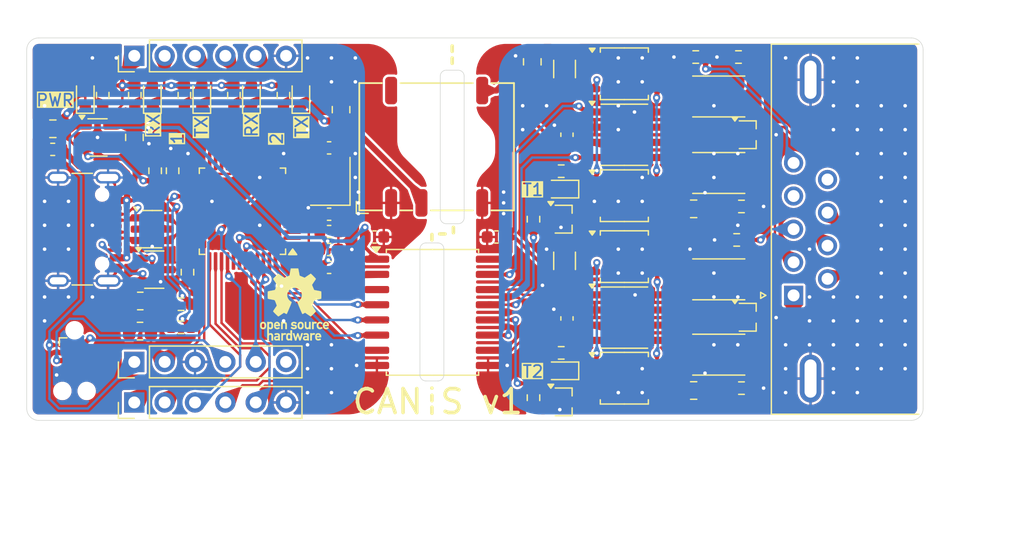
<source format=kicad_pcb>
(kicad_pcb (version 20240108) (generator "pcbnew") (generator_version "8.0")
  (title_block (title "Canis v1"))
  (layers (0 "F.Cu" signal) (31 "B.Cu" signal) (34 "B.Paste" user) (35 "F.Paste" user) (36 "B.SilkS" user "B.Silkscreen") (37 "F.SilkS" user "F.Silkscreen") (38 "B.Mask" user) (39 "F.Mask" user) (44 "Edge.Cuts" user))
  (net 0 "")
  (net 1 "GND2")
  (net 2 "/VISO")
  (net 3 "GND")
  (net 4 "+5V")
  (net 5 "/CC2")
  (net 6 "/CC1")
  (net 7 "/CAN1_H")
  (net 8 "/CAN_V+")
  (net 9 "/CAN1_L")
  (net 10 "+3V3")
  (net 11 "/SWDIO")
  (net 12 "/CAN1_TERM")
  (net 13 "Net-(U5-CANL)")
  (net 14 "/CAN1_RX")
  (net 15 "Net-(U5-CANH)")
  (net 16 "/CAN1_TX")
  (net 17 "/LED_CAN1_TX")
  (net 18 "/OSC_OUT")
  (net 19 "/CAN2_RX")
  (net 20 "/CAN2_TX")
  (net 21 "/OSC_IN")
  (net 22 "/LED_CAN1_RX")
  (net 23 "/USBP")
  (net 24 "/USBN")
  (net 25 "/MOSI")
  (net 26 "/SCLK")
  (net 27 "/RES")
  (net 28 "/CS")
  (net 29 "/D{slash}C")
  (net 30 "/CAN2_TERM")
  (net 31 "/VBUS_ADC")
  (net 32 "/LED_CAN2_TX")
  (net 33 "/LED_CAN2_RX")
  (net 34 "/CAN2_L")
  (net 35 "/CAN2_H")
  (net 36 "Net-(C13-Pad1)")
  (net 37 "Net-(C15-Pad1)")
  (net 38 "Net-(J6-CC2)")
  (net 39 "Net-(J6-CC1)")
  (net 40 "/CAN2_RX_MCU")
  (net 41 "/CAN2_TX_MCU")
  (net 46 "Net-(J6-D+-PadA6)")
  (net 47 "Net-(J6-D--PadA7)")
  (net 49 "/CAN1_RX_MCU")
  (net 59 "/CAN1_TX_MCU")
  (net 60 "Net-(D1-A)")
  (net 61 "Net-(D2-A)")
  (net 62 "Net-(D3-A)")
  (net 63 "Net-(D4-A)")
  (net 64 "Net-(D5-A)")
  (net 65 "/NRST")
  (net 66 "Net-(J5-Pad3)")
  (net 67 "Net-(J5-Pad6)")
  (net 68 "Net-(J5-Pad5)")
  (net 69 "/SWCLK")
  (net 78 "Net-(D9-A)")
  (net 79 "/CAN2_TERM_MCU")
  (net 80 "/CAN1_TERM_MCU")
  (net 81 "Net-(D9-K)")
  (net 82 "Net-(U10-Pad2)")
  (net 83 "Net-(D6-K)")
  (net 84 "Net-(D6-A)")
  (net 85 "Net-(U9-CANH)")
  (net 86 "Net-(U9-CANL)")
  (net 87 "Net-(R14-Pad2)")
  (net 88 "Net-(R23-Pad2)")
  (net 89 "Net-(R24-Pad2)")
  (net 90 "Net-(R25-Pad1)")
  (net 91 "Net-(R15-Pad2)")
  (net 92 "Net-(R16-Pad1)")
  (net 94 "Net-(U6-Pad2)")
  (net 97 "Net-(Q1-G)")
  (net 98 "Net-(Q2-G)")
  (net 99 "Net-(U8-VBUS)")
  (footprint "Package_TO_SOT_SMD:SOT-323_SC-70" (layer "F.Cu") (at 144.9 115.16625)
    (property "Reference" "Q1" (hide yes))
    (property "Value" "DMN2004WK")
  )
  (footprint "Resistor_SMD:R_2512_6332Metric" (layer "F.Cu") (at 157.9 120.2)
    (property "Reference" "R24" (hide yes))
    (property "Value" "60.4")
  )
  (footprint "Package_TO_SOT_SMD:SOT-23-5" (layer "F.Cu") (at 105.925 108.325)
    (property "Reference" "U1" (hide yes))
    (property "Value" "LD39015M33R")
  )
  (footprint "Package_SO:SOIC-8_3.9x4.9mm_P1.27mm" (layer "F.Cu") (at 150 108.105)
    (property "Reference" "U5" (hide yes))
    (property "Value" "MCP2562FD-x-SN")
  )
  (footprint "Resistor_SMD:R_0603_1608Metric" (layer "F.Cu") (at 110.746406 111.114985 90)
    (property "Reference" "R1" (hide yes))
    (property "Value" "?")
  )
  (footprint "Package_TO_SOT_SMD:SOT-323_SC-70" (layer "F.Cu") (at 160.3 108.1)
    (property "Reference" "D7" (hide yes))
    (property "Value" "ESDCAN05-2BWY")
  )
  (footprint "Crystal:Crystal_SMD_3225-4Pin_3.2x2.5mm" (layer "F.Cu") (at 125.4 112 90)
    (property "Reference" "Y1" (hide yes))
    (property "Value" "8MHz")
  )
  (footprint "Resistor_SMD:R_0603_1608Metric" (layer "F.Cu") (at 159.8 114.1)
    (property "Reference" "TH1" (hide yes))
    (property "Value" "10k 3380K")
  )
  (footprint "bao-lib:Converter_DCDC_Murata_NXExSxxxxMC_SMD" (layer "F.Cu") (at 135.5665 109.104629 90)
    (property "Reference" "U3" (hide yes))
    (property "Value" "NXE1S0505MC")
  )
  (footprint "Capacitor_SMD:C_0603_1608Metric" (layer "F.Cu") (at 145.2 123.47 -90)
    (property "Reference" "C12" (hide yes))
    (property "Value" "0.1u")
  )
  (footprint "Package_SO:SOP-4_3.8x4.1mm_P2.54mm" (layer "F.Cu") (at 150 118.3)
    (property "Reference" "U10" (hide yes))
    (property "Value" "CPC1014N")
  )
  (footprint "Package_TO_SOT_SMD:SOT-323_SC-70" (layer "F.Cu") (at 160.3 123.37)
    (property "Reference" "D10" (hide yes))
    (property "Value" "ESDCAN05-2BWY")
  )
  (footprint "Capacitor_SMD:C_0805_2012Metric" (layer "F.Cu") (at 155.8 114.3)
    (property "Reference" "C13" (hide yes))
    (property "Value" "4700p")
  )
  (footprint "Resistor_SMD:R_0603_1608Metric" (layer "F.Cu") (at 112.91 124.21)
    (property "Reference" "R20" (hide yes))
    (property "Value" "0")
  )
  (footprint "Capacitor_SMD:C_0603_1608Metric" (layer "F.Cu") (at 145.2 108.1 -90)
    (property "Reference" "C14" (hide yes))
    (property "Value" "0.1u")
  )
  (footprint "Connector_PinHeader_2.54mm:PinHeader_1x06_P2.54mm_Vertical" (layer "F.Cu") (at 109 130.5 90)
    (property "Reference" "J4" (hide yes))
    (property "Value" "Conn_01x06")
  )
  (footprint "Fiducial:Fiducial_1.5mm_Mask3mm" (layer "F.Cu") (at 172.5 129.5)
    (property "Reference" "FID3" (hide yes))
    (property "Value" "Fiducial")
  )
  (footprint "bao-lib:DLW32SH101XF2L" (layer "F.Cu") (at 156.2 123.37)
    (property "Reference" "FL2" (hide yes))
    (property "Value" "DLW32SH101XF2L")
  )
  (footprint "LED_SMD:LED_0603_1608Metric" (layer "F.Cu") (at 144.7 112.65 180)
    (property "Reference" "D6" (hide yes))
    (property "Value" "Blue")
  )
  (footprint "Resistor_SMD:R_0603_1608Metric" (layer "F.Cu") (at 159.8 129.3)
    (property "Reference" "TH2" (hide yes))
    (property "Value" "10k 3380K")
  )
  (footprint "Resistor_SMD:R_0805_2012Metric" (layer "F.Cu") (at 109.5 122.01)
    (property "Reference" "R17" (hide yes))
    (property "Value" "5.1k")
  )
  (footprint "bao-lib:DLW32SH101XF2L" (layer "F.Cu") (at 156.2 108.1)
    (property "Reference" "FL1" (hide yes))
    (property "Value" "DLW32SH101XF2L")
  )
  (footprint "LED_SMD:LED_0603_1608Metric" (layer "F.Cu") (at 144.7 127.85 180)
    (property "Reference" "D9" (hide yes))
    (property "Value" "Blue")
  )
  (footprint "Connector_PinHeader_2.54mm:PinHeader_1x06_P2.54mm_Vertical" (layer "F.Cu") (at 109 101.5 90)
    (property "Reference" "J3" (hide yes))
    (property "Value" "Conn_01x06")
  )
  (footprint "Package_SO:SOP-4_3.8x4.1mm_P2.54mm" (layer "F.Cu") (at 150 113.2)
    (property "Reference" "U7" (hide yes))
    (property "Value" "CPC1014N")
  )
  (footprint "Resistor_SMD:R_0603_1608Metric" (layer "F.Cu") (at 113.45 119.6 -90)
    (property "Reference" "R8" (hide yes))
    (property "Value" "10k")
  )
  (footprint "Fiducial:Fiducial_1.5mm_Mask3mm" (layer "F.Cu") (at 172.5 102.5)
    (property "Reference" "FID2" (hide yes))
    (property "Value" "Fiducial")
  )
  (footprint "Capacitor_SMD:C_0603_1608Metric" (layer "F.Cu") (at 129.099 116.654629 180)
    (property "Reference" "C8" (hide yes))
    (property "Value" "0.1u")
  )
  (footprint "LED_SMD:LED_0603_1608Metric" (layer "F.Cu") (at 114.65 104.8175 90)
    (property "Reference" "D2" (hide yes))
    (property "Value" "Yellow")
  )
  (footprint "Capacitor_SMD:C_0603_1608Metric" (layer "F.Cu") (at 125.3 109.2)
    (property "Reference" "C9" (hide yes))
    (property "Value" "6.8p")
  )
  (footprint "Resistor_SMD:R_1206_3216Metric" (layer "F.Cu") (at 145 102.6 90)
    (property "Reference" "R14" (hide yes))
    (property "Value" "56")
  )
  (footprint "Resistor_SMD:R_2512_6332Metric" (layer "F.Cu") (at 157.9 104.9)
    (property "Reference" "R15" (hide yes))
    (property "Value" "60.4")
  )
  (footprint "Resistor_SMD:R_0603_1608Metric" (layer "F.Cu") (at 144.72 126.35 180)
    (property "Reference" "R22" (hide yes))
    (property "Value" "10k")
  )
  (footprint "LED_SMD:LED_0603_1608Metric" (layer "F.Cu") (at 110.51 104.8175 90)
    (property "Reference" "D1" (hide yes))
    (property "Value" "Green")
  )
  (footprint "bao-lib:629722000214" (layer "F.Cu") (at 103.7 116 -90)
    (property "Reference" "J6" (hide yes))
    (property "Value" "629722000214")
  )
  (footprint "Inductor_SMD:L_0603_1608Metric" (layer "F.Cu") (at 102.175 109.325)
    (property "Reference" "FB1" (hide yes))
    (property "Value" "782632102")
  )
  (footprint "Connector_PinHeader_2.54mm:PinHeader_1x06_P2.54mm_Vertical" (layer "F.Cu") (at 109 127.11 90)
    (property "Reference" "J2" (hide yes))
    (property "Value" "Conn_01x06")
  )
  (footprint "Package_TO_SOT_SMD:SOT-23-3" (layer "F.Cu") (at 110.67 119.3875)
    (property "Reference" "D8" (hide yes))
    (property "Value" "ESDA25L")
  )
  (footprint "Resistor_SMD:R_0603_1608Metric" (layer "F.Cu") (at 106.36 104.7975 -90)
    (property "Reference" "R7" (hide yes))
    (property "Value" "470")
  )
  (footprint "Capacitor_SMD:C_0603_1608Metric" (layer "F.Cu") (at 125.3 116.2)
    (property "Reference" "C5" (hide yes))
    (property "Value" "100n")
  )
  (footprint "Symbol:OSHW-Logo_5.7x6mm_SilkScreen" (layer "F.Cu") (at 122.4 122.3)
    (property "Reference" "SYM1" (hide yes))
    (property "Value" "Logo_Open_Hardware_Small" (hide yes))
  )
  (footprint "Resistor_SMD:R_2512_6332Metric" (layer "F.Cu") (at 157.9 111.3 180)
    (property "Reference" "R16" (hide yes))
    (property "Value" "60.4")
  )
  (footprint "Resistor_SMD:R_0603_1608Metric" (layer "F.Cu") (at 142.4 115.16625 90)
    (property "Reference" "R12" (hide yes))
    (property "Value" "7.5k")
  )
  (footprint "Resistor_SMD:R_0603_1608Metric" (layer "F.Cu") (at 155.975 101.6)
    (property "Reference" "R9" (hide yes))
    (property "Value" "0")
  )
  (footprint "Connector:Tag-Connect_TC2030-IDC-NL_2x03_P1.27mm_Vertical" (layer "F.Cu") (at 104 127 -90)
    (property "Reference" "J1" (hide yes))
    (property "Value" "Conn_ARM_SWD_TagConnect_TC2030-NL")
  )
  (footprint "Resistor_SMD:R_2512_6332Metric" (layer "F.Cu") (at 157.9 126.5 180)
    (property "Reference" "R25" (hide yes))
    (property "Value" "60.4")
  )
  (footprint "Capacitor_SMD:C_0603_1608Metric" (layer "F.Cu") (at 125.3 114.75 180)
    (property "Reference" "C6" (hide yes))
    (property "Value" "6.8p")
  )
  (footprint "Resistor_SMD:R_0805_2012Metric" (layer "F.Cu") (at 109.48 124.53)
    (property "Reference" "R18" (hide yes))
    (property "Value" "5.1k")
  )
  (footprint "Resistor_SMD:R_0603_1608Metric" (layer "F.Cu") (at 142.4 130.1 -90)
    (property "Reference" "R21" (hide yes))
    (property "Value" "7.5k")
  )
  (footprint "Package_SO:SOP-4_3.8x4.1mm_P2.54mm" (layer "F.Cu") (at 150 103)
    (property "Reference" "U6" (hide yes))
    (property "Value" "CPC1014N")
  )
  (footprint "Resistor_SMD:R_0603_1608Metric" (layer "F.Cu") (at 144.72 111.15 180)
    (property "Reference" "R13" (hide yes))
    (property "Value" "10k")
  )
  (footprint "Resistor_SMD:R_0603_1608Metric" (layer "F.Cu") (at 117.335 104.7975 -90)
    (property "Reference" "R5" (hide yes))
    (property "Value" "470")
  )
  (footprint "Package_TO_SOT_SMD:SOT-323_SC-70" (layer "F.Cu") (at 144.9 130.45)
    (property "Reference" "Q2" (hide yes))
    (property "Value" "DMN2004WK")
  )
  (footprint "Package_SO:SOP-4_3.8x4.1mm_P2.54mm" (layer "F.Cu") (at 150 128.47)
    (property "Reference" "U11" (hide yes))
    (property "Value" "CPC1014N")
  )
  (footprint "Resistor_SMD:R_0603_1608Metric" (layer "F.Cu") (at 159.4 116.9)
    (property "Reference" "R10" (hide yes))
    (property "Value" "0")
  )
  (footprint "Package_SO:SOIC-8_3.9x4.9mm_P1.27mm" (layer "F.Cu") (at 150 123.4)
    (property "Reference" "U9" (hide yes))
    (property "Value" "MCP2562FD-x-SN")
  )
  (footprint "Package_SO:SOIC-16W_7.5x10.3mm_P1.27mm" (layer "F.Cu") (at 133.949 122.959629)
    (property "Reference" "U4" (hide yes))
    (property "Value" "ISO7762DW")
  )
  (footprint "Resistor_SMD:R_0603_1608Metric" (layer "F.Cu") (at 159.55 101.6)
    (property "Reference" "R11" (hide yes))
    (property "Value" "0")
  )
  (footprint "Package_QFP:LQFP-48_7x7mm_P0.5mm" (layer "F.Cu") (at 118.05 114.5 180)
    (property "Reference" "U2" (hide yes))
    (property "Value" "STM32G0B1CBTx")
  )
  (footprint "Resistor_SMD:R_0603_1608Metric" (layer "F.Cu") (at 109.045 104.7975 -90)
    (property "Reference" "R3" (hide yes))
    (property "Value" "470")
  )
  (footprint "Capacitor_SMD:C_0805_2012Metric" (layer "F.Cu") (at 155.8 129.5)
    (property "Reference" "C15" (hide yes))
    (property "Value" "4700p")
  )
  (footprint "Package_TO_SOT_SMD:SOT-23-6" (layer "F.Cu") (at 110.5 116)
    (property "Reference" "U8" (hide yes))
    (property "Value" "USBLC6-2SC6")
  )
  (footprint "LED_SMD:LED_0603_1608Metric" (layer "F.Cu") (at 118.8 104.8175 90)
    (property "Reference" "D3" (hide yes))
    (property "Value" "Green")
  )
  (footprint "Capacitor_SMD:C_0805_2012Metric" (layer "F.Cu") (at 142.3 102 -90)
    (property "Reference" "C10" (hide yes))
    (property "Value" "10u")
  )
  (footprint "Capacitor_SMD:C_0603_1608Metric" (layer "F.Cu") (at 125.3 117.7)
    (property "Reference" "C4" (hide yes))
    (property "Value" "4.7u")
  )
  (footprint "Capacitor_SMD:C_0603_1608Metric" (layer "F.Cu") (at 125.3 119.2)
    (property "Reference" "C3" (hide yes))
    (property "Value" "100n")
  )
  (footprint "bao-lib:618009231221" (layer "F.Cu") (at 164.16 121.54 90)
    (property "Reference" "J5" (hide yes))
    (property "Value" "DE9_Plug_MountingHoles")
  )
  (footprint "Resistor_SMD:R_0603_1608Metric" (layer "F.Cu") (at 112.206406 111.114985 90)
    (property "Reference" "R2" (hide yes))
    (property "Value" "?")
  )
  (footprint "Capacitor_SMD:C_0805_2012Metric" (layer "F.Cu") (at 126.3 106 -90)
    (property "Reference" "C7" (hide yes))
    (property "Value" "10u")
  )
  (footprint "Capacitor_SMD:C_0805_2012Metric" (layer "F.Cu") (at 102.1875 107.6 180)
    (property "Reference" "C1" (hide yes))
    (property "Value" "10u")
  )
  (footprint "LED_SMD:LED_0603_1608Metric" (layer "F.Cu") (at 104.9 104.8175 90)
    (property "Reference" "D5" (hide yes))
    (property "Value" "Red")
  )
  (footprint "LED_SMD:LED_0603_1608Metric" (layer "F.Cu") (at 122.94 104.8175 90)
    (property "Reference" "D4" (hide yes))
    (property "Value" "Yellow")
  )
  (footprint "Fiducial:Fiducial_1.5mm_Mask3mm" (layer "F.Cu") (at 102.5 102.5)
    (property "Reference" "FID1" (hide yes))
    (property "Value" "Fiducial")
  )
  (footprint "Resistor_SMD:R_0603_1608Metric" (layer "F.Cu") (at 112.91 122.28)
    (property "Reference" "R19" (hide yes))
    (property "Value" "0")
  )
  (footprint "Resistor_SMD:R_0603_1608Metric" (layer "F.Cu") (at 121.48 104.7975 -90)
    (property "Reference" "R6" (hide yes))
    (property "Value" "470")
  )
  (footprint "Resistor_SMD:R_0603_1608Metric" (layer "F.Cu") (at 113.19 104.7975 -90)
    (property "Reference" "R4" (hide yes))
    (property "Value" "470")
  )
  (footprint "Capacitor_SMD:C_0805_2012Metric" (layer "F.Cu") (at 109.0125 108.325 -90)
    (property "Reference" "C2" (hide yes))
    (property "Value" "10u")
  )
  (footprint "Resistor_SMD:R_1206_3216Metric" (layer "F.Cu") (at 145 118.65 90)
    (property "Reference" "R23" (hide yes))
    (property "Value" "56")
  )
  (footprint "Capacitor_SMD:C_0603_1608Metric" (layer "F.Cu") (at 139.299 116.654629)
    (property "Reference" "C11" (hide yes))
    (property "Value" "0.1u")
  )
  (gr_line (start 133.9 129.3) (end 133.9 129.3) (stroke (width 0.3)) (layer "F.SilkS"))
  (gr_line (start 135.6 101.125) (end 135.6 100.675) (stroke (width 0.3)) (layer "F.SilkS"))
  (gr_line (start 133.9 116.9) (end 133.9 116.45) (stroke (width 0.3)) (layer "F.SilkS"))
  (gr_line (start 135.6 102.125) (end 135.6 101.675) (stroke (width 0.3)) (layer "F.SilkS"))
  (gr_line (start 133.9 131.4) (end 133.9 130.9) (stroke (width 0.3)) (layer "F.SilkS"))
  (gr_line (start 135.7 116.3) (end 135.7 115.85) (stroke (width 0.3)) (layer "F.SilkS"))
  (gr_line (start 133.9 130.35) (end 133.9 129.9) (stroke (width 0.3)) (layer "F.SilkS"))
  (gr_line (start 135 116.4) (end 134.55 116.4) (stroke (width 0.3)) (layer "F.SilkS"))
  (gr_line (start 100 101) (end 100 131) (stroke (width 0.05)) (layer "Edge.Cuts"))
  (gr_arc (start 134.6 103.2) (mid 134.746447 102.846447) (end 135.1 102.7) (stroke (width 0.05)) (layer "Edge.Cuts"))
  (gr_arc (start 134.4 117.153553) (mid 134.75357 117.299997) (end 134.9 117.653553) (stroke (width 0.05)) (layer "Edge.Cuts"))
  (gr_arc (start 136.6 115.046447) (mid 136.453553 115.4) (end 136.1 115.546447) (stroke (width 0.05)) (layer "Edge.Cuts"))
  (gr_arc (start 100 101) (mid 100.292893 100.292893) (end 101 100) (stroke (width 0.05)) (layer "Edge.Cuts"))
  (gr_arc (start 101 132) (mid 100.292893 131.707107) (end 100 131) (stroke (width 0.05)) (layer "Edge.Cuts"))
  (gr_arc (start 135.1 115.546447) (mid 134.746447 115.4) (end 134.6 115.046447) (stroke (width 0.05)) (layer "Edge.Cuts"))
  (gr_line (start 135.1 102.7) (end 136.1 102.7) (stroke (width 0.05)) (layer "Edge.Cuts"))
  (gr_line (start 101 132) (end 174 132) (stroke (width 0.05)) (layer "Edge.Cuts"))
  (gr_arc (start 133.4 128.7) (mid 133.046447 128.553553) (end 132.9 128.2) (stroke (width 0.05)) (layer "Edge.Cuts"))
  (gr_line (start 132.9 117.653553) (end 132.9 128.2) (stroke (width 0.05)) (layer "Edge.Cuts"))
  (gr_line (start 136.6 103.2) (end 136.6 115.046447) (stroke (width 0.05)) (layer "Edge.Cuts"))
  (gr_arc (start 174 100) (mid 174.707107 100.292893) (end 175 101) (stroke (width 0.05)) (layer "Edge.Cuts"))
  (gr_line (start 101 100) (end 174 100) (stroke (width 0.05)) (layer "Edge.Cuts"))
  (gr_arc (start 134.9 128.2) (mid 134.753553 128.553553) (end 134.4 128.7) (stroke (width 0.05)) (layer "Edge.Cuts"))
  (gr_line (start 134.9 128.2) (end 134.9 117.653553) (stroke (width 0.05)) (layer "Edge.Cuts"))
  (gr_line (start 133.4 117.153553) (end 134.4 117.153553) (stroke (width 0.05)) (layer "Edge.Cuts"))
  (gr_arc (start 175 131) (mid 174.707107 131.707107) (end 174 132) (stroke (width 0.05)) (layer "Edge.Cuts"))
  (gr_arc (start 136.1 102.7) (mid 136.45357 102.846444) (end 136.6 103.2) (stroke (width 0.05)) (layer "Edge.Cuts"))
  (gr_arc (start 132.9 117.653553) (mid 133.046447 117.3) (end 133.4 117.153553) (stroke (width 0.05)) (layer "Edge.Cuts"))
  (gr_line (start 175 101) (end 175 131) (stroke (width 0.05)) (layer "Edge.Cuts"))
  (gr_line (start 134.6 103.2) (end 134.6 115.046447) (stroke (width 0.05)) (layer "Edge.Cuts"))
  (gr_line (start 135.1 115.546447) (end 136.1 115.546447) (stroke (width 0.05)) (layer "Edge.Cuts"))
  (gr_line (start 133.4 128.7) (end 134.4 128.7) (stroke (width 0.05)) (layer "Edge.Cuts"))
  (gr_text "PWR" (at 100.7 105.8 0) (layer "F.SilkS" knockout) (effects (font (size 1 1) (thickness 0.15) (bold yes)) (justify left bottom)))
  (gr_text "TX" (at 115.2 108.4 90) (layer "F.SilkS" knockout) (effects (font (size 1 1) (thickness 0.15) (bold yes)) (justify left bottom)))
  (gr_text "T1" (at 141.4 113.3 0) (layer "F.SilkS" knockout) (effects (font (size 1 1) (thickness 0.15) (bold yes)) (justify left bottom)))
  (gr_text "1" (at 113.2 109 90) (layer "F.SilkS" knockout) (effects (font (size 1 1) (thickness 0.15) (bold yes)) (justify left bottom)))
  (gr_text "TX" (at 123.6 108.4 90) (layer "F.SilkS" knockout) (effects (font (size 1 1) (thickness 0.15) (bold yes)) (justify left bottom)))
  (gr_text "RX" (at 119.4 108.4 90) (layer "F.SilkS" knockout) (effects (font (size 1 1) (thickness 0.15) (bold yes)) (justify left bottom)))
  (gr_text "2" (at 121.5 109 90) (layer "F.SilkS" knockout) (effects (font (size 1 1) (thickness 0.15) (bold yes)) (justify left bottom)))
  (gr_text "RX" (at 111.2 108.4 90) (layer "F.SilkS" knockout) (effects (font (size 1 1) (thickness 0.15) (bold yes)) (justify left bottom)))
  (gr_text "T2" (at 141.4 128.5 0) (layer "F.SilkS" knockout) (effects (font (size 1 1) (thickness 0.15) (bold yes)) (justify left bottom)))
  (gr_text "CAN S v1" (at 127.1 131.6 0) (layer "F.SilkS") (effects (font (size 2 2) (thickness 0.3)) (justify left bottom)))
  (via (at 140.2 127.4) (size 0.6) (drill 0.3) (layers "F.Cu" "B.Cu") (net 1))
  (via (at 147.495 113.675) (size 0.6) (drill 0.3) (layers "F.Cu" "B.Cu") (net 1))
  (via (at 157.495 121.675) (size 0.6) (drill 0.3) (layers "F.Cu" "B.Cu") (net 1))
  (via (at 169.495 105.675) (size 0.6) (drill 0.3) (layers "F.Cu" "B.Cu") (net 1))
  (via (at 169.495 107.675) (size 0.6) (drill 0.3) (layers "F.Cu" "B.Cu") (net 1))
  (via (at 149.495 101.675) (size 0.6) (drill 0.3) (layers "F.Cu" "B.Cu") (net 1))
  (via (at 143.495 117.675) (size 0.6) (drill 0.3) (layers "F.Cu" "B.Cu") (net 1))
  (via (at 173.495 123.675) (size 0.6) (drill 0.3) (layers "F.Cu" "B.Cu") (net 1))
  (via (at 173.495 111.675) (size 0.6) (drill 0.3) (layers "F.Cu" "B.Cu") (net 1))
  (via (at 167.495 125.675) (size 0.6) (drill 0.3) (layers "F.Cu" "B.Cu") (net 1))
  (via (at 159.495 115.675) (size 0.6) (drill 0.3) (layers "F.Cu" "B.Cu") (net 1))
  (via (at 163.495 127.675) (size 0.6) (drill 0.3) (layers "F.Cu" "B.Cu") (net 1))
  (via (at 151.495 129.675) (size 0.6) (drill 0.3) (layers "F.Cu" "B.Cu") (net 1))
  (via (at 157.495 105.675) (size 0.6) (drill 0.3) (layers "F.Cu" "B.Cu") (net 1))
  (via (at 139.9 114.7) (size 0.6) (drill 0.3) (layers "F.Cu" "B.Cu") (net 1))
  (via (at 151.495 119.675) (size 0.6) (drill 0.3) (layers "F.Cu" "B.Cu") (net 1))
  (via (at 144.15 107.3) (size 0.6) (drill 0.3) (layers "F.Cu" "B.Cu") (net 1))
  (via (at 151.495 111.675) (size 0.6) (drill 0.3) (layers "F.Cu" "B.Cu") (net 1))
  (via (at 171.495 105.675) (size 0.6) (drill 0.3) (layers "F.Cu" "B.Cu") (net 1))
  (via (at 156.75 112.95) (size 0.6) (drill 0.3) (layers "F.Cu" "B.Cu") (net 1))
  (via (at 169.495 103.675) (size 0.6) (drill 0.3) (layers "F.Cu" "B.Cu") (net 1))
  (via (at 171.495 119.675) (size 0.6) (drill 0.3) (layers "F.Cu" "B.Cu") (net 1))
  (via (at 149.495 105.675) (size 0.6) (drill 0.3) (layers "F.Cu" "B.Cu") (net 1))
  (via (at 169.495 123.675) (size 0.6) (drill 0.3) (layers "F.Cu" "B.Cu") (net 1))
  (via (at 167.495 101.675) (size 0.6) (drill 0.3) (layers "F.Cu" "B.Cu") (net 1))
  (via (at 169.495 125.675) (size 0.6) (drill 0.3) (layers "F.Cu" "B.Cu") (net 1))
  (via (at 173.495 113.675) (size 0.6) (drill 0.3) (layers "F.Cu" "B.Cu") (net 1))
  (via (at 157.495 119.675) (size 0.6) (drill 0.3) (layers "F.Cu" "B.Cu") (net 1))
  (via (at 173.495 119.675) (size 0.6) (drill 0.3) (layers "F.Cu" "B.Cu") (net 1))
  (via (at 173.495 121.675) (size 0.6) (drill 0.3) (layers "F.Cu" "B.Cu") (net 1))
  (via (at 167.495 103.675) (size 0.6) (drill 0.3) (layers "F.Cu" "B.Cu") (net 1))
  (via (at 173.495 117.675) (size 0.6) (drill 0.3) (layers "F.Cu" "B.Cu") (net 1))
  (via (at 161.65 114.1) (size 0.6) (drill 0.3) (layers "F.Cu" "B.Cu") (net 1))
  (via (at 162.7 108.1) (size 0.6) (drill 0.3) (layers "F.Cu" "B.Cu") (net 1))
  (via (at 169.495 109.675) (size 0.6) (drill 0.3) (layers "F.Cu" "B.Cu") (net 1))
  (via (at 157.495 111.675) (size 0.6) (drill 0.3) (layers "F.Cu" "B.Cu") (net 1))
  (via (at 171.495 121.675) (size 0.6) (drill 0.3) (layers "F.Cu" "B.Cu") (net 1))
  (via (at 167.495 123.675) (size 0.6) (drill 0.3) (layers "F.Cu" "B.Cu") (net 1))
  (via (at 173.495 105.675) (size 0.6) (drill 0.3) (layers "F.Cu" "B.Cu") (net 1))
  (via (at 167.495 127.675) (size 0.6) (drill 0.3) (layers "F.Cu" "B.Cu") (net 1))
  (via (at 167.495 129.675) (size 0.6) (drill 0.3) (layers "F.Cu" "B.Cu") (net 1))
  (via (at 163.495 125.675) (size 0.6) (drill 0.3) (layers "F.Cu" "B.Cu") (net 1))
  (via (at 144.1 122.7) (size 0.6) (drill 0.3) (layers "F.Cu" "B.Cu") (net 1))
  (via (at 141.495 105.675) (size 0.6) (drill 0.3) (layers "F.Cu" "B.Cu") (net 1))
  (via (at 156.75 128.05) (size 0.6) (drill 0.3) (layers "F.Cu" "B.Cu") (net 1))
  (via (at 167.495 107.675) (size 0.6) (drill 0.3) (layers "F.Cu" "B.Cu") (net 1))
  (via (at 144.6 131.1) (size 0.6) (drill 0.3) (layers "F.Cu" "B.Cu") (net 1))
  (via (at 149.495 107.675) (size 0.6) (drill 0.3) (layers "F.Cu" "B.Cu") (net 1))
  (via (at 173.495 107.675) (size 0.6) (drill 0.3) (layers "F.Cu" "B.Cu") (net 1))
  (via (at 139.9 113.8) (size 0.6) (drill 0.3) (layers "F.Cu" "B.Cu") (net 1))
  (via (at 157.55 116.9) (size 0.6) (drill 0.3) (layers "F.Cu" "B.Cu") (net 1))
  (via (at 157.495 109.675) (size 0.6) (drill 0.3) (layers "F.Cu" "B.Cu") (net 1))
  (via (at 171.495 111.675) (size 0.6) (drill 0.3) (layers "F.Cu" "B.Cu") (net 1))
  (via (at 149.495 129.675) (size 0.6) (drill 0.3) (layers "F.Cu" "B.Cu") (net 1))
  (via (at 151.495 103.675) (size 0.6) (drill 0.3) (layers "F.Cu" "B.Cu") (net 1))
  (via (at 149.495 113.675) (size 0.6) (drill 0.3) (layers "F.Cu" "B.Cu") (net 1))
  (via (at 173.495 115.675) (size 0.6) (drill 0.3) (layers "F.Cu" "B.Cu") (net 1))
  (via (at 159.495 121.675) (size 0.6) (drill 0.3) (layers "F.Cu" "B.Cu") (net 1))
  (via (at 161.65 129.3) (size 0.6) (drill 0.3) (layers "F.Cu" "B.Cu") (net 1))
  (via (at 151.495 127.675) (size 0.6) (drill 0.3) (layers "F.Cu" "B.Cu") (net 1))
  (via (at 157.495 125.675) (size 0.6) (drill 0.3) (layers "F.Cu" "B.Cu") (net 1))
  (via (at 171.495 117.675) (size 0.6) (drill 0.3) (layers "F.Cu" "B.Cu") (net 1))
  (via (at 163.495 129.675) (size 0.6) (drill 0.3) (layers "F.Cu" "B.Cu") (net 1))
  (via (at 141.495 107.675) (size 0.6) (drill 0.3) (layers "F.Cu" "B.Cu") (net 1))
  (via (at 165.495 123.675) (size 0.6) (drill 0.3) (layers "F.Cu" "B.Cu") (net 1))
  (via (at 157.75 101.6) (size 0.6) (drill 0.3) (layers "F.Cu" "B.Cu") (net 1))
  (via (at 143.495 105.675) (size 0.6) (drill 0.3) (layers "F.Cu" "B.Cu") (net 1))
  (via (at 171.495 123.675) (size 0.6) (drill 0.3) (layers "F.Cu" "B.Cu") (net 1))
  (via (at 150.9 121.5) (size 0.6) (drill 0.3) (layers "F.Cu" "B.Cu") (net 1))
  (via (at 149.495 117.675) (size 0.6) (drill 0.3) (layers "F.Cu" "B.Cu") (net 1))
  (via (at 151.495 117.675) (size 0.6) (drill 0.3) (layers "F.Cu" "B.Cu") (net 1))
  (via (at 171.495 127.675) (size 0.6) (drill 0.3) (layers "F.Cu" "B.Cu") (net 1))
  (via (at 143.15 120.7) (size 0.6) (drill 0.3) (layers "F.Cu" "B.Cu") (net 1))
  (via (at 167.495 121.675) (size 0.6) (drill 0.3) (layers "F.Cu" "B.Cu") (net 1))
  (via (at 173.495 109.675) (size 0.6) (drill 0.3) (layers "F.Cu" "B.Cu") (net 1))
  (via (at 171.495 109.675) (size 0.6) (drill 0.3) (layers "F.Cu" "B.Cu") (net 1))
  (via (at 169.495 101.675) (size 0.6) (drill 0.3) (layers "F.Cu" "B.Cu") (net 1))
  (via (at 165.495 121.675) (size 0.6) (drill 0.3) (layers "F.Cu" "B.Cu") (net 1))
  (via (at 150.85 106.2) (size 0.6) (drill 0.3) (layers "F.Cu" "B.Cu") (net 1))
  (via (at 163.495 101.675) (size 0.6) (drill 0.3) (layers "F.Cu" "B.Cu") (net 1))
  (via (at 151.495 113.675) (size 0.6) (drill 0.3) (layers "F.Cu" "B.Cu") (net 1))
  (via (at 169.495 129.675) (size 0.6) (drill 0.3) (layers "F.Cu" "B.Cu") (net 1))
  (via (at 159.495 125.675) (size 0.6) (drill 0.3) (layers "F.Cu" "B.Cu") (net 1))
  (via (at 173.495 127.675) (size 0.6) (drill 0.3) (layers "F.Cu" "B.Cu") (net 1))
  (via (at 171.495 125.675) (size 0.6) (drill 0.3) (layers "F.Cu" "B.Cu") (net 1))
  (via (at 171.495 113.675) (size 0.6) (drill 0.3) (layers "F.Cu" "B.Cu") (net 1))
  (via (at 155.495 117.675) (size 0.6) (drill 0.3) (layers "F.Cu" "B.Cu") (net 1))
  (via (at 167.495 105.675) (size 0.6) (drill 0.3) (layers "F.Cu" "B.Cu") (net 1))
  (via (at 149.495 119.675) (size 0.6) (drill 0.3) (layers "F.Cu" "B.Cu") (net 1))
  (via (at 165.495 117.675) (size 0.6) (drill 0.3) (layers "F.Cu" "B.Cu") (net 1))
  (via (at 159.495 109.675) (size 0.6) (drill 0.3) (layers "F.Cu" "B.Cu") (net 1))
  (via (at 162.7 123.4) (size 0.6) (drill 0.3) (layers "F.Cu" "B.Cu") (net 1))
  (via (at 149.495 103.675) (size 0.6) (drill 0.3) (layers "F.Cu" "B.Cu") (net 1))
  (via (at 139.9 112.9) (size 0.6) (drill 0.3) (layers "F.Cu" "B.Cu") (net 1))
  (via (at 173.495 125.675) (size 0.6) (drill 0.3) (layers "F.Cu" "B.Cu") (net 1))
  (via (at 169.495 127.675) (size 0.6) (drill 0.3) (layers "F.Cu" "B.Cu") (net 1))
  (via (at 165.495 125.675) (size 0.6) (drill 0.3) (layers "F.Cu" "B.Cu") (net 1))
  (via (at 169.495 121.675) (size 0.6) (drill 0.3) (layers "F.Cu" "B.Cu") (net 1))
  (via (at 171.495 107.675) (size 0.6) (drill 0.3) (layers "F.Cu" "B.Cu") (net 1))
  (via (at 144.7 115.85) (size 0.6) (drill 0.3) (layers "F.Cu" "B.Cu") (net 1))
  (via (at 140.9 101.5) (size 0.6) (drill 0.3) (layers "F.Cu" "B.Cu") (net 1))
  (via (at 151.495 101.675) (size 0.6) (drill 0.3) (layers "F.Cu" "B.Cu") (net 1))
  (via (at 171.495 115.675) (size 0.6) (drill 0.3) (layers "F.Cu" "B.Cu") (net 1))
  (via (at 154.15 101.6) (size 0.6) (drill 0.3) (layers "F.Cu" "B.Cu") (net 1))
  (segment (start 149.1 109.7) (end 149.1 111.827528) (width 0.2) (layer "F.Cu") (net 2))
  (segment (start 139.295371 104.404629) (end 138.1065 104.404629) (width 0.5) (layer "F.Cu") (net 2))
  (segment (start 144.2125 120.0625) (end 140.804629 116.654629) (width 0.3) (layer "F.Cu") (net 2))
  (segment (start 148.135 124.035) (end 147.525 124.035) (width 0.2) (layer "F.Cu") (net 2))
  (segment (start 146.225 127.625) (end 146.225 127.03) (width 0.2) (layer "F.Cu") (net 2))
  (segment (start 146.7 128.1) (end 148.4 128.1) (width 0.2) (layer "F.Cu") (net 2))
  (segment (start 140.5 117.9) (end 140.5 117.080629) (width 0.3) (layer "F.Cu") (net 2))
  (segment (start 149.3 127.2) (end 149.3 125.2) (width 0.2) (layer "F.Cu") (net 2))
  (segment (start 147.525 108.74) (end 148.14 108.74) (width 0.2) (layer "F.Cu") (net 2))
  (segment (start 146.865 124.035) (end 148.735 124.035) (width 0.2) (layer "F.Cu") (net 2))
  (segment (start 146.55 112.8) (end 146.225 112.475) (width 0.2) (layer "F.Cu") (net 2))
  (segment (start 146.225 112.475) (end 146.225 111.83) (width 0.2) (layer "F.Cu") (net 2))
  (segment (start 148.127528 112.8) (end 146.55 112.8) (width 0.2) (layer "F.Cu") (net 2))
  (segment (start 149.4 121.3) (end 148.8 120.7) (width 0.3) (layer "F.Cu") (net 2))
  (segment (start 145.41 124.035) (end 145.2 124.245) (width 0.2) (layer "F.Cu") (net 2))
  (segment (start 146.2375 120.7) (end 145.6 120.0625) (width 0.3) (layer "F.Cu") (net 2))
  (segment (start 142.125 102.775) (end 142.3 102.95) (width 0.3) (layer "F.Cu") (net 2))
  (segment (start 149.1 111.827528) (end 148.127528 112.8) (width 0.2) (layer "F.Cu") (net 2))
  (segment (start 144.16 108.74) (end 142.3 106.88) (width 0.3) (layer "F.Cu") (net 2))
  (segment (start 151.16 110.01) (end 152.475 110.01) (width 0.2) (layer "F.Cu") (net 2))
  (segment (start 147.525 108.74) (end 149.89 108.74) (width 0.2) (layer "F.Cu") (net 2))
  (segment (start 146.225 127.03) (end 145.545 126.35) (width 0.2) (layer "F.Cu") (net 2))
  (segment (start 148.735 124.035) (end 149.4 123.37) (width 0.3) (layer "F.Cu") (net 2))
  (segment (start 138.599 118.514629) (end 139.885371 118.514629) (width 0.3) (layer "F.Cu") (net 2))
  (segment (start 148.4 128.1) (end 149.3 127.2) (width 0.2) (layer "F.Cu") (net 2))
  (segment (start 150.505 125.305) (end 152.475 125.305) (width 0.2) (layer "F.Cu") (net 2))
  (segment (start 143.25 102.95) (end 142.3 102.95) (width 0.3) (layer "F.Cu") (net 2))
  (segment (start 148.735 124.035) (end 147.525 124.035) (width 0.3) (layer "F.Cu") (net 2))
  (segment (start 144.3625 104.0625) (end 143.25 102.95) (width 0.3) (layer "F.Cu") (net 2))
  (segment (start 142.3 102.95) (end 140.75 102.95) (width 0.5) (layer "F.Cu") (net 2))
  (segment (start 145.4 104.0625) (end 144.3625 104.0625) (width 0.3) (layer "F.Cu") (net 2))
  (segment (start 149.4 123.37) (end 149.4 121.3) (width 0.3) (layer "F.Cu") (net 2))
  (segment (start 149.3 125.2) (end 148.135 124.035) (width 0.2) (layer "F.Cu") (net 2))
  (segment (start 140.804629 116.654629) (end 140.074 116.654629) (width 0.3) (layer "F.Cu") (net 2))
  (segment (start 140.8 115.928629) (end 140.074 116.654629) (width 0.3) (layer "F.Cu") (net 2))
  (segment (start 146.74 108.74) (end 147.525 108.74) (width 0.2) (layer "F.Cu") (net 2))
  (segment (start 148.14 108.74) (end 149.1 109.7) (width 0.2) (layer "F.Cu") (net 2))
  (segment (start 140.5 117.080629) (end 140.074 116.654629) (width 0.3) (layer "F.Cu") (net 2))
  (segment (start 142.3 102.95) (end 140.8 104.45) (width 0.3) (layer "F.Cu") (net 2))
  (segment (start 140.75 102.95) (end 139.295371 104.404629) (width 0.5) (layer "F.Cu") (net 2))
  (segment (start 145.6 104.0625) (end 145.4 104.0625) (width 0.3) (layer "F.Cu") (net 2))
  (segment (start 147.525 124.035) (end 145.41 124.035) (width 0.2) (layer "F.Cu") (net 2))
  (segment (start 142 102.775) (end 142.125 102.775) (width 0.3) (layer "F.Cu") (net 2))
  (segment (start 142.3 106.88) (end 142.3 102.95) (width 0.3) (layer "F.Cu") (net 2))
  (segment (start 148.8 120.7) (end 146.2375 120.7) (width 0.3) (layer "F.Cu") (net 2))
  (segment (start 146.7 128.1) (end 146.225 127.625) (width 0.2) (layer "F.Cu") (net 2))
  (segment (start 145.6 120.0625) (end 144.2125 120.0625) (width 0.3) (layer "F.Cu") (net 2))
  (segment (start 150.505 125.305) (end 149.235 124.035) (width 0.2) (layer "F.Cu") (net 2))
  (segment (start 149.235 124.035) (end 147.525 124.035) (width 0.2) (layer "F.Cu") (net 2))
  (segment (start 149.89 108.74) (end 151.16 110.01) (width 0.2) (layer "F.Cu") (net 2))
  (segment (start 146.225 111.83) (end 145.545 111.15) (width 0.2) (layer "F.Cu") (net 2))
  (segment (start 139.885371 118.514629) (end 140.5 117.9) (width 0.3) (layer "F.Cu") (net 2))
  (segment (start 147.525 108.74) (end 144.16 108.74) (width 0.3) (layer "F.Cu") (net 2))
  (segment (start 140.8 104.45) (end 140.8 115.928629) (width 0.3) (layer "F.Cu") (net 2))
  (segment (start 102.57 128.27) (end 102.5 128.2) (width 0.2) (layer "F.Cu") (net 3))
  (segment (start 107.38 112.8) (end 107.38 112.255) (width 0.2) (layer "F.Cu") (net 3))
  (segment (start 124.525 114.75) (end 124.7 114.75) (width 0.2) (layer "F.Cu") (net 3))
  (segment (start 103.365 128.27) (end 102.57 128.27) (width 0.2) (layer "F.Cu") (net 3))
  (segment (start 107.38 112.255) (end 106.805 111.68) (width 0.2) (layer "F.Cu") (net 3))
  (segment (start 107.38 119.745) (end 106.805 120.32) (width 0.2) (layer "F.Cu") (net 3))
  (segment (start 107.38 119.2) (end 107.38 119.745) (width 0.2) (layer "F.Cu") (net 3))
  (via (at 127.495 103.675) (size 0.6) (drill 0.3) (layers "F.Cu" "B.Cu") (net 3))
  (via (at 101.495 115.675) (size 0.6) (drill 0.3) (layers "F.Cu" "B.Cu") (net 3))
  (via (at 123.495 129.675) (size 0.6) (drill 0.3) (layers "F.Cu" "B.Cu") (net 3))
  (via (at 127.495 101.675) (size 0.6) (drill 0.3) (layers "F.Cu" "B.Cu") (net 3))
  (via (at 127.495 109.675) (size 0.6) (drill 0.3) (layers "F.Cu" "B.Cu") (net 3))
  (via (at 127.75 112.9) (size 0.6) (drill 0.3) (layers "F.Cu" "B.Cu") (net 3))
  (via (at 105.925 108.325) (size 0.6) (drill 0.3) (layers "F.Cu" "B.Cu") (net 3))
  (via (at 105.495 121.675) (size 0.6) (drill 0.3) (layers "F.Cu" "B.Cu") (net 3))
  (via (at 121.495 123.675) (size 0.6) (drill 0.3) (layers "F.Cu" "B.Cu") (net 3))
  (via (at 115.495 113.675) (size 0.6) (drill 0.3) (layers "F.Cu" "B.Cu") (net 3))
  (via (at 127.2 117.7) (size 0.6) (drill 0.3) (layers "F.Cu" "B.Cu") (net 3))
  (via (at 102.5 128.2) (size 0.6) (drill 0.3) (layers "F.Cu" "B.Cu") (net 3))
  (via (at 123.495 125.675) (size 0.6) (drill 0.3) (layers "F.Cu" "B.Cu") (net 3))
  (via (at 127.75 114.7) (size 0.6) (drill 0.3) (layers "F.Cu" "B.Cu") (net 3))
  (via (at 125.495 103.675) (size 0.6) (drill 0.3) (layers "F.Cu" "B.Cu") (net 3))
  (via (at 101.495 123.675) (size 0.6) (drill 0.3) (layers "F.Cu" "B.Cu") (net 3))
  (via (at 125.495 127.675) (size 0.6) (drill 0.3) (layers "F.Cu" "B.Cu") (net 3))
  (via (at 112.05 109.25) (size 0.6) (drill 0.3) (layers "F.Cu" "B.Cu") (net 3))
  (via (at 110.5 117.45) (size 0.6) (drill 0.3) (layers "F.Cu" "B.Cu") (net 3))
  (via (at 101.495 113.675) (size 0.6) (drill 0.3) (layers "F.Cu" "B.Cu") (net 3))
  (via (at 123.495 101.675) (size 0.6) (drill 0.3) (layers "F.Cu" "B.Cu") (net 3))
  (via (at 123.56 114.21) (size 0.6) (drill 0.3) (layers "F.Cu" "B.Cu") (net 3))
  (via (at 105.495 101.675) (size 0.6) (drill 0.3) (layers "F.Cu" "B.Cu") (net 3))
  (via (at 101.495 117.675) (size 0.6) (drill 0.3) (layers "F.Cu" "B.Cu") (net 3))
  (via (at 127.495 129.675) (size 0.6) (drill 0.3) (layers "F.Cu" "B.Cu") (net 3))
  (via (at 113.495 109.675) (size 0.6) (drill 0.3) (layers "F.Cu" "B.Cu") (net 3))
  (via (at 103.495 121.675) (size 0.6) (drill 0.3) (layers "F.Cu" "B.Cu") (net 3))
  (via (at 103.495 117.675) (size 0.6) (drill 0.3) (layers "F.Cu" "B.Cu") (net 3))
  (via (at 111.2 120.4) (size 0.6) (drill 0.3) (layers "F.Cu" "B.Cu") (net 3))
  (via (at 119.495 115.675) (size 0.6) (drill 0.3) (layers "F.Cu" "B.Cu") (net 3))
  (via (at 101.495 105.675) (size 0.6) (drill 0.3) (layers "F.Cu" "B.Cu") (net 3))
  (via (at 110.225 108.85) (size 0.6) (drill 0.3) (layers "F.Cu" "B.Cu") (net 3))
  (via (at 127.495 111.675) (size 0.6) (drill 0.3) (layers "F.Cu" "B.Cu") (net 3))
  (via (at 123.495 107.675) (size 0.6) (drill 0.3) (layers "F.Cu" "B.Cu") (net 3))
  (via (at 105.495 115.675) (size 0.6) (drill 0.3) (layers "F.Cu" "B.Cu") (net 3))
  (via (at 125.495 125.675) (size 0.6) (drill 0.3) (layers "F.Cu" "B.Cu") (net 3))
  (via (at 125.495 101.675) (size 0.6) (drill 0.3) (layers "F.Cu" "B.Cu") (net 3))
  (via (at 123.495 127.675) (size 0.6) (drill 0.3) (layers "F.Cu" "B.Cu") (net 3))
  (via (at 103.495 113.675) (size 0.6) (drill 0.3) (layers "F.Cu" "B.Cu") (net 3))
  (via (at 127.6 127.4) (size 0.6) (drill 0.3) (layers "F.Cu" "B.Cu") (net 3))
  (via (at 107.495 101.675) (size 0.6) (drill 0.3) (layers "F.Cu" "B.Cu") (net 3))
  (via (at 103.495 115.675) (size 0.6) (drill 0.3) (layers "F.Cu" "B.Cu") (net 3))
  (via (at 101.495 121.675) (size 0.6) (drill 0.3) (layers "F.Cu" "B.Cu") (net 3))
  (via (at 125.495 129.675) (size 0.6) (drill 0.3) (layers "F.Cu" "B.Cu") (net 3))
  (via (at 119.495 111.675) (size 0.6) (drill 0.3) (layers "F.Cu" "B.Cu") (net 3))
  (via (at 127.75 113.8) (size 0.6) (drill 0.3) (layers "F.Cu" "B.Cu") (net 3))
  (via (at 121.495 109.675) (size 0.6) (drill 0.3) (layers "F.Cu" "B.Cu") (net 3))
  (segment (start 104.475 107.4) (end 104.35 107.525) (width 0.2) (layer "F.Cu") (net 4))
  (segment (start 103.1375 108.1125) (end 103.1375 107.6) (width 0.2) (layer "F.Cu") (net 4))
  (segment (start 110.736391 111.95) (end 110.746406 111.939985) (width 0.2) (layer "F.Cu") (net 4))
  (segment (start 104.085 107.4) (end 104.475 107.4) (width 0.2) (layer "F.Cu") (net 4))
  (segment (start 103.1375 107.6) (end 103.1125 107.6) (width 0.5) (layer "F.Cu") (net 4))
  (segment (start 103.375 106.325) (end 103.125 106.575) (width 0.5) (layer "F.Cu") (net 4))
  (segment (start 105.125 109.925) (end 104.7875 109.5875) (width 0.2) (layer "F.Cu") (net 4))
  (segment (start 104.7875 109.275) (end 104.3 109.275) (width 0.2) (layer "F.Cu") (net 4))
  (segment (start 124.9 106.95) (end 126.75 106.95) (width 0.5) (layer "F.Cu") (net 4))
  (segment (start 126.75 106.95) (end 133.0265 113.2265) (width 0.5) (layer "F.Cu") (net 4))
  (segment (start 133.0265 113.2265) (end 133.0265 113.804629) (width 0.5) (layer "F.Cu") (net 4))
  (segment (start 103.3625 107.375) (end 104.7875 107.375) (width 0.5) (layer "F.Cu") (net 4))
  (segment (start 103.1375 107.6) (end 103.3625 107.375) (width 0.5) (layer "F.Cu") (net 4))
  (segment (start 103.125 106.575) (end 103.125 107.365) (width 0.5) (layer "F.Cu") (net 4))
  (segment (start 104.35 107.525) (end 104.35 107.53) (width 0.2) (layer "F.Cu") (net 4))
  (segment (start 109.75 111.95) (end 110.736391 111.95) (width 0.2) (layer "F.Cu") (net 4))
  (segment (start 104.7875 109.5875) (end 104.7875 109.275) (width 0.2) (layer "F.Cu") (net 4))
  (segment (start 103.1375 107.6) (end 103.1375 107.4475) (width 0.5) (layer "F.Cu") (net 4))
  (segment (start 103.1125 107.6) (end 101.3875 109.325) (width 0.5) (layer "F.Cu") (net 4))
  (segment (start 104.3 109.275) (end 103.1375 108.1125) (width 0.2) (layer "F.Cu") (net 4))
  (segment (start 103.1375 107.4475) (end 103.1 107.41) (width 0.5) (layer "F.Cu") (net 4))
  (via (at 124.9 106.95) (size 0.6) (drill 0.3) (layers "F.Cu" "B.Cu") (net 4))
  (via (at 109.75 111.95) (size 0.6) (drill 0.3) (layers "F.Cu" "B.Cu") (net 4))
  (via (at 105.125 109.925) (size 0.6) (drill 0.3) (layers "F.Cu" "B.Cu") (net 4))
  (via (at 103.375 106.325) (size 0.6) (drill 0.3) (layers "F.Cu" "B.Cu") (net 4))
  (segment (start 124.9 106.95) (end 123.333971 105.383971) (width 0.5) (layer "B.Cu") (net 4))
  (segment (start 123.333971 105.383971) (end 104.316029 105.383971) (width 0.5) (layer "B.Cu") (net 4))
  (segment (start 107.725 109.925) (end 109.75 111.95) (width 0.2) (layer "B.Cu") (net 4))
  (segment (start 105.125 109.925) (end 107.725 109.925) (width 0.2) (layer "B.Cu") (net 4))
  (segment (start 104.316029 105.383971) (end 103.375 106.325) (width 0.5) (layer "B.Cu") (net 4))
  (segment (start 113.735 124.21) (end 113.735 124.205) (width 0.2) (layer "F.Cu") (net 5))
  (segment (start 111.76 113.498529) (end 111.76 113.001471) (width 0.2) (layer "F.Cu") (net 5))
  (segment (start 112.111471 112.65) (end 112.608529 112.65) (width 0.2) (layer "F.Cu") (net 5))
  (segment (start 113.11759 115.25) (end 112.56 114.69241) (width 0.2) (layer "F.Cu") (net 5))
  (segment (start 112.56 114.11) (end 112.371471 114.11) (width 0.2) (layer "F.Cu") (net 5))
  (segment (start 111.76 113.001471) (end 112.111471 112.65) (width 0.2) (layer "F.Cu") (net 5))
  (segment (start 112.56 114.69241) (end 112.56 114.11) (width 0.2) (layer "F.Cu") (net 5))
  (segment (start 113.8875 115.25) (end 113.11759 115.25) (width 0.2) (layer "F.Cu") (net 5))
  (segment (start 112.708529 112.75) (end 113.8875 112.75) (width 0.2) (layer "F.Cu") (net 5))
  (segment (start 112.608529 112.65) (end 112.708529 112.75) (width 0.2) (layer "F.Cu") (net 5))
  (segment (start 112.371471 114.11) (end 111.76 113.498529) (width 0.2) (layer "F.Cu") (net 5))
  (segment (start 113.735 124.205) (end 113.03 123.5) (width 0.2) (layer "F.Cu") (net 5))
  (via (at 112.56 114.11) (size 0.6) (drill 0.3) (layers "F.Cu" "B.Cu") (net 5))
  (via (at 113.03 123.5) (size 0.6) (drill 0.3) (layers "F.Cu" "B.Cu") (net 5))
  (segment (start 113.62 121.32) (end 113.62 122.91) (width 0.2) (layer "B.Cu") (net 5))
  (segment (start 112.2 114.47) (end 112.2 119.9) (width 0.2) (layer "B.Cu") (net 5))
  (segment (start 112.56 114.11) (end 112.2 114.47) (width 0.2) (layer "B.Cu") (net 5))
  (segment (start 112.2 119.9) (end 113.62 121.32) (width 0.2) (layer "B.Cu") (net 5))
  (segment (start 113.62 122.91) (end 113.03 123.5) (width 0.2) (layer "B.Cu") (net 5))
  (segment (start 113.8875 113.75) (end 113.05 113.75) (width 0.2) (layer "F.Cu") (net 6))
  (segment (start 112.9 113.25) (end 112.36 113.25) (width 0.2) (layer "F.Cu") (net 6))
  (segment (start 112.9 113.6) (end 112.9 113.25) (width 0.2) (layer "F.Cu") (net 6))
  (segment (start 113.735 122.28) (end 113.73 122.28) (width 0.2) (layer "F.Cu") (net 6))
  (segment (start 113.05 113.75) (end 112.9 113.6) (width 0.2) (layer "F.Cu") (net 6))
  (segment (start 113.8875 113.25) (end 112.9 113.25) (width 0.2) (layer "F.Cu") (net 6))
  (segment (start 113.73 122.28) (end 113.02 121.57) (width 0.2) (layer "F.Cu") (net 6))
  (via (at 113.02 121.57) (size 0.6) (drill 0.3) (layers "F.Cu" "B.Cu") (net 6))
  (via (at 112.36 113.25) (size 0.6) (drill 0.3) (layers "F.Cu" "B.Cu") (net 6))
  (segment (start 111.8 113.81) (end 112.36 113.25) (width 0.2) (layer "B.Cu") (net 6))
  (segment (start 111.8 120.065686) (end 111.8 113.81) (width 0.2) (layer "B.Cu") (net 6))
  (segment (start 113.02 121.285686) (end 111.8 120.065686) (width 0.2) (layer "B.Cu") (net 6))
  (segment (start 113.02 121.57) (end 113.02 121.285686) (width 0.2) (layer "B.Cu") (net 6))
  (segment (start 156.9 107.6) (end 155.1375 105.8375) (width 0.2) (layer "F.Cu") (net 7))
  (segment (start 155.1375 105.8375) (end 155.1375 104.9) (width 0.2) (layer "F.Cu") (net 7))
  (segment (start 165.6 115.985) (end 167 117.385) (width 0.2) (layer "F.Cu") (net 7))
  (segment (start 163.35 107.45) (end 165.6 109.7) (width 0.2) (layer "F.Cu") (net 7))
  (segment (start 157.875 107.45) (end 163.35 107.45) (width 0.2) (layer "F.Cu") (net 7))
  (segment (start 165.6 109.7) (end 165.6 115.985) (width 0.2) (layer "F.Cu") (net 7))
  (segment (start 157.76 107.6) (end 156.9 107.6) (width 0.2) (layer "F.Cu") (net 7))
  (segment (start 162.6 117.21) (end 164.16 118.77) (width 0.2) (layer "F.Cu") (net 9))
  (segment (start 156.9 108.6) (end 157.69 108.6) (width 0.2) (layer "F.Cu") (net 9))
  (segment (start 157.875 108.75) (end 161.084744 108.75) (width 0.2) (layer "F.Cu") (net 9))
  (segment (start 155.1375 111.3) (end 155.1375 110.3625) (width 0.2) (layer "F.Cu") (net 9))
  (segment (start 155.1375 110.3625) (end 156.9 108.6) (width 0.2) (layer "F.Cu") (net 9))
  (segment (start 162.6 110.265256) (end 162.6 117.21) (width 0.2) (layer "F.Cu") (net 9))
  (segment (start 161.084744 108.75) (end 162.6 110.265256) (width 0.2) (layer "F.Cu") (net 9))
  (segment (start 128.3 115.85) (end 128.3 116.630629) (width 0.3) (layer "F.Cu") (net 10))
  (segment (start 107.0625 107.375) (end 107.0625 106.5375) (width 0.2) (layer "F.Cu") (net 10))
  (segment (start 109.0125 107.375) (end 108.9875 107.4) (width 0.3) (layer "F.Cu") (net 10))
  (segment (start 108.0075 103.9725) (end 108 103.98) (width 0.2) (layer "F.Cu") (net 10))
  (segment (start 125.125 117.1) (end 124.525 117.7) (width 0.2) (layer "F.Cu") (net 10))
  (segment (start 106.3675 103.98) (end 106.36 103.9725) (width 0.2) (layer "F.Cu") (net 10))
  (segment (start 120.5025 103.9725) (end 120.5 103.97) (width 0.2) (layer "F.Cu") (net 10))
  (segment (start 128.324 116.654629) (end 128.324 117.539629) (width 0.3) (layer "F.Cu") (net 10))
  (segment (start 110.175 107.51) (end 108.5775 107.51) (width 0.3) (layer "F.Cu") (net 10))
  (segment (start 107.0625 106.5375) (end 108 105.6) (width 0.2) (layer "F.Cu") (net 10))
  (segment (start 108.9875 107.4) (end 106.7375 107.4) (width 0.3) (layer "F.Cu") (net 10))
  (segment (start 122.926398 114.75) (end 122.2125 114.75) (width 0.2) (layer "F.Cu") (net 10))
  (segment (start 125.176398 117) (end 122.926398 114.75) (width 0.2) (layer "F.Cu") (net 10))
  (segment (start 123.6 118.275) (end 123.6 115.86759) (width 0.2) (layer "F.Cu") (net 10))
  (segment (start 125.224842 118.580649) (end 125.144351 118.580649) (width 0.2) (layer "F.Cu") (net 10))
  (segment (start 108 103.98) (end 108 102.5) (width 0.2) (layer "F.Cu") (net 10))
  (segment (start 125.176398 117) (end 125.125 116.948602) (width 0.2) (layer "F.Cu") (net 10))
  (segment (start 112.1 103.98) (end 113.1825 103.98) (width 0.2) (layer "F.Cu") (net 10))
  (segment (start 108 102.5) (end 109 101.5) (width 0.2) (layer "F.Cu") (net 10))
  (segment (start 116.3025 103.9725) (end 117.335 103.9725) (width 0.2) (layer "F.Cu") (net 10))
  (segment (start 121.48 103.9725) (end 120.5025 103.9725) (width 0.2) (layer "F.Cu") (net 10))
  (segment (start 125.144351 118.580649) (end 124.525 119.2) (width 0.2) (layer "F.Cu") (net 10))
  (segment (start 113.1825 103.98) (end 113.19 103.9725) (width 0.2) (layer "F.Cu") (net 10))
  (segment (start 108 103.98) (end 106.3675 103.98) (width 0.2) (layer "F.Cu") (net 10))
  (segment (start 128.324 117.539629) (end 129.299 118.514629) (width 0.3) (layer "F.Cu") (net 10))
  (segment (start 123.6 115.86759) (end 122.98241 115.25) (width 0.2) (layer "F.Cu") (net 10))
  (segment (start 122.98241 115.25) (end 122.2125 115.25) (width 0.2) (layer "F.Cu") (net 10))
  (segment (start 106.36 103.9725) (end 106.5275 103.9725) (width 0.2) (layer "F.Cu") (net 10))
  (segment (start 109.045 103.9725) (end 108.0075 103.9725) (width 0.2) (layer "F.Cu") (net 10))
  (segment (start 108 105.6) (end 108 103.98) (width 0.2) (layer "F.Cu") (net 10))
  (segment (start 124.525 119.2) (end 123.6 118.275) (width 0.2) (layer "F.Cu") (net 10))
  (segment (start 128.3 116.630629) (end 128.324 116.654629) (width 0.3) (layer "F.Cu") (net 10))
  (segment (start 108.5775 107.51) (end 108.5075 107.58) (width 0.2) (layer "F.Cu") (net 10))
  (segment (start 116.3 103.97) (end 116.3025 103.9725) (width 0.2) (layer "F.Cu") (net 10))
  (segment (start 101.9 125.7) (end 103.335 125.7) (width 0.2) (layer "F.Cu") (net 10))
  (segment (start 109.045 104.03) (end 109.045 103.995) (width 0.2) (layer "F.Cu") (net 10))
  (segment (start 103.335 125.7) (end 103.365 125.73) (width 0.2) (layer "F.Cu") (net 10))
  (via (at 128.3 115.85) (size 0.6) (drill 0.3) (layers "F.Cu" "B.Cu") (net 10))
  (via (at 125.176398 117) (size 0.6) (drill 0.3) (layers "F.Cu" "B.Cu") (net 10))
  (via (at 125.224842 118.580649) (size 0.6) (drill 0.3) (layers "F.Cu" "B.Cu") (net 10))
  (via (at 110.175 107.51) (size 0.6) (drill 0.3) (layers "F.Cu" "B.Cu") (net 10))
  (via (at 120.5 103.97) (size 0.6) (drill 0.3) (layers "F.Cu" "B.Cu") (net 10))
  (via (at 112.1 103.98) (size 0.6) (drill 0.3) (layers "F.Cu" "B.Cu") (net 10))
  (via (at 116.3 103.97) (size 0.6) (drill 0.3) (layers "F.Cu" "B.Cu") (net 10))
  (via (at 101.9 125.7) (size 0.6) (drill 0.3) (layers "F.Cu" "B.Cu") (net 10))
  (via (at 108 103.98) (size 0.6) (drill 0.3) (layers "F.Cu" "B.Cu") (net 10))
  (segment (start 121.9 116.7) (end 124.876398 116.7) (width 0.3) (layer "B.Cu") (net 10))
  (segment (start 128.3 115.85) (end 127.15 117) (width 0.3) (layer "B.Cu") (net 10))
  (segment (start 112.1 103.98) (end 108 103.98) (width 0.2) (layer "B.Cu") (net 10))
  (segment (start 101.9 130.2) (end 101.9 125.7) (width 0.2) (layer "B.Cu") (net 10))
  (segment (start 125.176398 118.532205) (end 125.176398 117) (width 0.2) (layer "B.Cu") (net 10))
  (segment (start 110.175 107.51) (end 112.71 107.51) (width 0.3) (layer "B.Cu") (net 10))
  (segment (start 112.11 103.97) (end 120.5 103.97) (width 0.2) (layer "B.Cu") (net 10))
  (segment (start 127.15 117) (end 125.176398 117) (width 0.3) (layer "B.Cu") (net 10))
  (segment (start 105.11 131) (end 102.7 131) (width 0.2) (layer "B.Cu") (net 10))
  (segment (start 102.7 131) (end 101.9 130.2) (width 0.2) (layer "B.Cu") (net 10))
  (segment (start 110.175 107.51) (end 104.515 107.51) (width 0.2) (layer "B.Cu") (net 10))
  (segment (start 112.71 107.51) (end 121.9 116.7) (width 0.3) (layer "B.Cu") (net 10))
  (segment (start 125.224842 118.580649) (end 125.176398 118.532205) (width 0.2) (layer "B.Cu") (net 10))
  (segment (start 103.6 108.425) (end 103.6 110.65) (width 0.2) (layer "B.Cu") (net 10))
  (segment (start 124.876398 116.7) (end 125.176398 117) (width 0.3) (layer "B.Cu") (net 10))
  (segment (start 104.55 111.6) (end 104.55 121.9) (width 0.2) (layer "B.Cu") (net 10))
  (segment (start 109 101.5) (end 109.01 101.5) (width 0.2) (layer "B.Cu") (net 10))
  (segment (start 109 127.11) (end 105.11 131) (width 0.2) (layer "B.Cu") (net 10))
  (segment (start 103.6 110.65) (end 104.55 111.6) (width 0.2) (layer "B.Cu") (net 10))
  (segment (start 112.1 103.98) (end 112.11 103.97) (width 0.2) (layer "B.Cu") (net 10))
  (segment (start 104.55 121.9) (end 101.9 124.55) (width 0.2) (layer "B.Cu") (net 10))
  (segment (start 101.9 124.55) (end 101.9 125.7) (width 0.2) (layer "B.Cu") (net 10))
  (segment (start 104.515 107.51) (end 103.6 108.425) (width 0.2) (layer "B.Cu") (net 10))
  (segment (start 114.65741 116.75) (end 114.925 117.01759) (width 0.2) (layer "F.Cu") (net 11))
  (segment (start 104.67 125.73) (end 105.3 125.1) (width 0.2) (layer "F.Cu") (net 11))
  (segment (start 114.925 117.48241) (end 114.85 117.55741) (width 0.2) (layer "F.Cu") (net 11))
  (segment (start 114.925 117.01759) (end 114.925 117.48241) (width 0.2) (layer "F.Cu") (net 11))
  (segment (start 104.635 125.73) (end 104.67 125.73) (width 0.2) (layer "F.Cu") (net 11))
  (segment (start 114.85 125.34) (end 116.62 127.11) (width 0.2) (layer "F.Cu") (net 11))
  (segment (start 114.85 117.55741) (end 114.85 125.34) (width 0.2) (layer "F.Cu") (net 11))
  (segment (start 113.8875 116.75) (end 114.65741 116.75) (width 0.2) (layer "F.Cu") (net 11))
  (via (at 105.3 125.1) (size 0.6) (drill 0.3) (layers "F.Cu" "B.Cu") (net 11))
  (segment (start 105.3 125.1) (end 105.5 125.3) (width 0.2) (layer "B.Cu") (net 11))
  (segment (start 114.8 125.3) (end 116.61 127.11) (width 0.2) (layer "B.Cu") (net 11))
  (segment (start 116.61 127.11) (end 116.62 127.11) (width 0.2) (layer "B.Cu") (net 11))
  (segment (start 105.5 125.3) (end 114.8 125.3) (width 0.2) (layer "B.Cu") (net 11))
  (segment (start 138.6 122.14) (end 138.9 122.14) (width 0.2) (layer "F.Cu") (net 12))
  (segment (start 140.925 122.325) (end 140.924629 122.324629) (width 0.2) (layer "F.Cu") (net 12))
  (segment (start 142.4 116.7) (end 142.4 116.19125) (width 0.2) (layer "F.Cu") (net 12))
  (segment (start 142.4 116.19125) (end 142.6 115.99125) (width 0.2) (layer "F.Cu") (net 12))
  (segment (start 140.924629 122.324629) (end 138.599 122.324629) (width 0.2) (layer "F.Cu") (net 12))
  (via (at 142.4 116.7) (size 0.6) (drill 0.3) (layers "F.Cu" "B.Cu") (net 12))
  (via (at 140.925 122.325) (size 0.6) (drill 0.3) (layers "F.Cu" "B.Cu") (net 12))
  (segment (start 142.4 120.85) (end 142.4 116.7) (width 0.2) (layer "B.Cu") (net 12))
  (segment (start 140.925 122.325) (end 142.4 120.85) (width 0.2) (layer "B.Cu") (net 12))
  (segment (start 152.935 108.74) (end 153.075 108.6) (width 0.2) (layer "F.Cu") (net 13))
  (segment (start 154.535 108.74) (end 154.675 108.6) (width 0.2) (layer "F.Cu") (net 13))
  (segment (start 152.475 108.74) (end 154.535 108.74) (width 0.2) (layer "F.Cu") (net 13))
  (segment (start 145.9 110.01) (end 147.525 110.01) (width 0.2) (layer "F.Cu") (net 14))
  (segment (start 138.599 124.864629) (end 140.264629 124.864629) (width 0.2) (layer "F.Cu") (net 14))
  (segment (start 140.264629 124.864629) (end 140.3 124.9) (width 0.2) (layer "F.Cu") (net 14))
  (via (at 145.9 110.01) (size 0.6) (drill 0.3) (layers "F.Cu" "B.Cu") (net 14))
  (via (at 140.3 124.9) (size 0.6) (drill 0.3) (layers "F.Cu" "B.Cu") (net 14))
  (segment (start 141.4 120.2) (end 141.4 110.9) (width 0.2) (layer "B.Cu") (net 14))
  (segment (start 140.3 121.3) (end 141.4 120.2) (width 0.2) (layer "B.Cu") (net 14))
  (segment (start 140.3 124.9) (end 140.3 121.3) (width 0.2) (layer "B.Cu") (net 14))
  (segment (start 141.4 110.9) (end 142.29 110.01) (width 0.2) (layer "B.Cu") (net 14))
  (segment (start 142.29 110.01) (end 145.9 110.01) (width 0.2) (layer "B.Cu") (net 14))
  (segment (start 154.545 107.47) (end 154.675 107.6) (width 0.2) (layer "F.Cu") (net 15))
  (segment (start 152.945 107.47) (end 153.075 107.6) (width 0.2) (layer "F.Cu") (net 15))
  (segment (start 152.475 107.47) (end 154.545 107.47) (width 0.2) (layer "F.Cu") (net 15))
  (segment (start 139.63937 119.8) (end 139.623999 119.784629) (width 0.2) (layer "F.Cu") (net 16))
  (segment (start 146.2 105.7) (end 146.7 106.2) (width 0.2) (layer "F.Cu") (net 16))
  (segment (start 146.7 106.2) (end 147.525 106.2) (width 0.2) (layer "F.Cu") (net 16))
  (segment (start 139.623999 119.784629) (end 138.599 119.784629) (width 0.2) (layer "F.Cu") (net 16))
  (segment (start 140.4 119.8) (end 139.63937 119.8) (width 0.2) (layer "F.Cu") (net 16))
  (via (at 140.4 119.8) (size 0.6) (drill 0.3) (layers "F.Cu" "B.Cu") (net 16))
  (via (at 146.2 105.7) (size 0.6) (drill 0.3) (layers "F.Cu" "B.Cu") (net 16))
  (segment (start 140.4 119.8) (end 140.9 119.3) (width 0.2) (layer "B.Cu") (net 16))
  (segment (start 140.9 119.3) (end 140.9 109.65) (width 0.2) (layer "B.Cu") (net 16))
  (segment (start 144.85 105.7) (end 146.2 105.7) (width 0.2) (layer "B.Cu") (net 16))
  (segment (start 140.9 109.65) (end 144.85 105.7) (width 0.2) (layer "B.Cu") (net 16))
  (segment (start 115.8 106.8) (end 114.65 105.65) (width 0.2) (layer "F.Cu") (net 17))
  (segment (start 115.425 104.83) (end 115.425 102.845) (width 0.2) (layer "F.Cu") (net 17))
  (segment (start 114.6325 105.605) (end 114.65 105.6225) (width 0.2) (layer "F.Cu") (net 17))
  (segment (start 115.425 102.845) (end 114.08 101.5) (width 0.2) (layer "F.Cu") (net 17))
  (segment (start 114.65 105.605) (end 115.425 104.83) (width 0.2) (layer "F.Cu") (net 17))
  (segment (start 114.65 105.65) (end 114.65 105.605) (width 0.2) (layer "F.Cu") (net 17))
  (segment (start 115.8 110.3375) (end 115.8 106.8) (width 0.2) (layer "F.Cu") (net 17))
  (segment (start 124.525 110.875) (end 124.55 110.9) (width 0.2) (layer "F.Cu") (net 18))
  (segment (start 124.525 109.2) (end 124.525 110.875) (width 0.2) (layer "F.Cu") (net 18))
  (segment (start 123.25 112.98241) (end 123.25 111.65) (width 0.2) (layer "F.Cu") (net 18))
  (segment (start 123.25 111.65) (end 124 110.9) (width 0.2) (layer "F.Cu") (net 18))
  (segment (start 124 110.9) (end 124.55 110.9) (width 0.2) (layer "F.Cu") (net 18))
  (segment (start 122.98241 113.25) (end 123.25 112.98241) (width 0.2) (layer "F.Cu") (net 18))
  (segment (start 124.18241 110.9) (end 124.45 110.9) (width 0.2) (layer "F.Cu") (net 18))
  (segment (start 122.2125 113.25) (end 122.98241 113.25) (width 0.2) (layer "F.Cu") (net 18))
  (segment (start 138.599 126.134629) (end 140.565371 126.134629) (width 0.2) (layer "F.Cu") (net 19))
  (segment (start 140.565371 126.134629) (end 141.525 125.175) (width 0.2) (layer "F.Cu") (net 19))
  (segment (start 141.525 125.175) (end 147.395 125.175) (width 0.2) (layer "F.Cu") (net 19))
  (segment (start 147.395 125.175) (end 147.525 125.305) (width 0.2) (layer "F.Cu") (net 19))
  (segment (start 147.525 121.495) (end 141.495 121.495) (width 0.2) (layer "F.Cu") (net 20))
  (segment (start 141.495 121.495) (end 141.054629 121.054629) (width 0.2) (layer "F.Cu") (net 20))
  (segment (start 141.054629 121.054629) (end 138.599 121.054629) (width 0.2) (layer "F.Cu") (net 20))
  (segment (start 125.2 111.95) (end 126.15 112.9) (width 0.2) (layer "F.Cu") (net 21))
  (segment (start 122.2125 113.75) (end 123.048096 113.75) (width 0.2) (layer "F.Cu") (net 21))
  (segment (start 126.25 113.2) (end 126.25 113.1) (width 0.2) (layer "F.Cu") (net 21))
  (segment (start 123.8 111.95) (end 125.2 111.95) (width 0.2) (layer "F.Cu") (net 21))
  (segment (start 123.048096 113.75) (end 123.65 113.148096) (width 0.2) (layer "F.Cu") (net 21))
  (segment (start 126.15 112.9) (end 126.15 113.1) (width 0.2) (layer "F.Cu") (net 21))
  (segment (start 126.075 113.275) (end 126.25 113.1) (width 0.2) (layer "F.Cu") (net 21))
  (segment (start 126.075 114.75) (end 126.075 113.275) (width 0.2) (layer "F.Cu") (net 21))
  (segment (start 123.65 113.148096) (end 123.65 112.1) (width 0.2) (layer "F.Cu") (net 21))
  (segment (start 123.65 112.1) (end 123.8 111.95) (width 0.2) (layer "F.Cu") (net 21))
  (segment (start 114.9025 106.7425) (end 111.644814 106.7425) (width 0.2) (layer "F.Cu") (net 22))
  (segment (start 115.3 110.3375) (end 115.3 107.14) (width 0.2) (layer "F.Cu") (net 22))
  (segment (start 111.5 104.615) (end 111.5 101.54) (width 0.2) (layer "F.Cu") (net 22))
  (segment (start 110.51 105.605) (end 111.5 104.615) (width 0.2) (layer "F.Cu") (net 22))
  (segment (start 111.644814 106.7425) (end 110.51 105.607686) (width 0.2) (layer "F.Cu") (net 22))
  (segment (start 115.3 107.14) (end 114.9025 106.7425) (width 0.2) (layer "F.Cu") (net 22))
  (segment (start 110.4925 105.605) (end 110.51 105.6225) (width 0.2) (layer "F.Cu") (net 22))
  (segment (start 111.5 101.54) (end 111.54 101.5) (width 0.2) (layer "F.Cu") (net 22))
  (segment (start 110.51 105.607686) (end 110.51 105.605) (width 0.2) (layer "F.Cu") (net 22))
  (segment (start 112.781249 116.25) (end 113.8875 116.25) (width 0.2) (layer "F.Cu") (net 23))
  (segment (start 112.756249 116.225) (end 112.781249 116.25) (width 0.2) (layer "F.Cu") (net 23))
  (segment (start 112.725 116.225) (end 112.756249 116.225) (width 0.2) (layer "F.Cu") (net 23))
  (segment (start 112 116.95) (end 112.725 116.225) (width 0.2) (layer "F.Cu") (net 23))
  (segment (start 111.6375 116.95) (end 112 116.95) (width 0.2) (layer "F.Cu") (net 23))
  (segment (start 112.781249 115.75) (end 113.8875 115.75) (width 0.2) (layer "F.Cu") (net 24))
  (segment (start 111.6375 115.05) (end 112 115.05) (width 0.2) (layer "F.Cu") (net 24))
  (segment (start 112.725 115.775) (end 112.756249 115.775) (width 0.2) (layer "F.Cu") (net 24))
  (segment (start 112 115.05) (end 112.725 115.775) (width 0.2) (layer "F.Cu") (net 24))
  (segment (start 112.756249 115.775) (end 112.781249 115.75) (width 0.2) (layer "F.Cu") (net 24))
  (segment (start 119.994265 120.205735) (end 119.8 120.01147) (width 0.2) (layer "F.Cu") (net 25))
  (segment (start 119.8 120.01147) (end 119.8 118.6625) (width 0.2) (layer "F.Cu") (net 25))
  (via (at 119.994265 120.205735) (size 0.6) (drill 0.3) (layers "F.Cu" "B.Cu") (net 25))
  (segment (start 120.31 125.81) (end 120.31 129.35) (width 0.2) (layer "B.Cu") (net 25))
  (segment (start 120.31 129.35) (end 119.16 130.5) (width 0.2) (layer "B.Cu") (net 25))
  (segment (start 119.56 125.06) (end 120.31 125.81) (width 0.2) (layer "B.Cu") (net 25))
  (segment (start 119.994265 120.205735) (end 119.56 120.64) (width 0.2) (layer "B.Cu") (net 25))
  (segment (start 119.56 120.64) (end 119.56 125.06) (width 0.2) (layer "B.Cu") (net 25))
  (segment (start 122.85 127.84) (end 121.99 128.7) (width 0.2) (layer "F.Cu") (net 26))
  (segment (start 116.3 118.6625) (end 116.3 123.848628) (width 0.2) (layer "F.Cu") (net 26))
  (segment (start 122.85 126.633654) (end 122.85 127.84) (width 0.2) (layer "F.Cu") (net 26))
  (segment (start 116.3 123.848628) (end 118.011372 125.56) (width 0.2) (layer "F.Cu") (net 26))
  (segment (start 118.011372 125.56) (end 121.776346 125.56) (width 0.2) (layer "F.Cu") (net 26))
  (segment (start 121.776346 125.56) (end 122.85 126.633654) (width 0.2) (layer "F.Cu") (net 26))
  (segment (start 118.06 129.06) (end 116.62 130.5) (width 0.2) (layer "F.Cu") (net 26))
  (segment (start 121.99 128.7) (end 119.762032 128.7) (width 0.2) (layer "F.Cu") (net 26))
  (segment (start 119.402032 129.06) (end 118.06 129.06) (width 0.2) (layer "F.Cu") (net 26))
  (segment (start 119.762032 128.7) (end 119.402032 129.06) (width 0.2) (layer "F.Cu") (net 26))
  (segment (start 119.636346 125.96) (end 117.845686 125.96) (width 0.2) (layer "F.Cu") (net 27))
  (segment (start 120.31 126.633654) (end 119.636346 125.96) (width 0.2) (layer "F.Cu") (net 27))
  (segment (start 120.31 127.586346) (end 120.31 126.633654) (width 0.2) (layer "F.Cu") (net 27))
  (segment (start 119.236346 128.66) (end 120.31 127.586346) (width 0.2) (layer "F.Cu") (net 27))
  (segment (start 115.8 123.914314) (end 115.8 118.6625) (width 0.2) (layer "F.Cu") (net 27))
  (segment (start 113.38 128.66) (end 119.236346 128.66) (width 0.2) (layer "F.Cu") (net 27))
  (segment (start 117.845686 125.96) (end 115.8 123.914314) (width 0.2) (layer "F.Cu") (net 27))
  (segment (start 111.54 130.5) (end 113.38 128.66) (width 0.2) (layer "F.Cu") (net 27))
  (segment (start 115.3 123.98) (end 115.3 118.6625) (width 0.2) (layer "F.Cu") (net 28))
  (segment (start 111.24 128.26) (end 117.096346 128.26) (width 0.2) (layer "F.Cu") (net 28))
  (segment (start 109 130.5) (end 111.24 128.26) (width 0.2) (layer "F.Cu") (net 28))
  (segment (start 117.86 127.496346) (end 117.86 126.54) (width 0.2) (layer "F.Cu") (net 28))
  (segment (start 117.096346 128.26) (end 117.86 127.496346) (width 0.2) (layer "F.Cu") (net 28))
  (segment (start 117.86 126.54) (end 115.3 123.98) (width 0.2) (layer "F.Cu") (net 28))
  (segment (start 116.8 118.6625) (end 116.8 119.83) (width 0.2) (layer "F.Cu") (net 29))
  (segment (start 116.8 119.83) (end 116.9 119.93) (width 0.2) (layer "F.Cu") (net 29))
  (via (at 116.9 119.93) (size 0.6) (drill 0.3) (layers "F.Cu" "B.Cu") (net 29))
  (segment (start 116.9 119.93) (end 117.85 120.88) (width 0.2) (layer "B.Cu") (net 29))
  (segment (start 114.856346 130.5) (end 114.08 130.5) (width 0.2) (layer "B.Cu") (net 29))
  (segment (start 117.85 127.506346) (end 114.856346 130.5) (width 0.2) (layer "B.Cu") (net 29))
  (segment (start 117.85 120.88) (end 117.85 127.506346) (width 0.2) (layer "B.Cu") (net 29))
  (segment (start 142.025 128.9) (end 142.4 129.275) (width 0.2) (layer "F.Cu") (net 30))
  (segment (start 140.9 123.575) (end 140.880371 123.594629) (width 0.2) (layer "F.Cu") (net 30))
  (segment (start 141.05 128.9) (end 142.025 128.9) (width 0.2) (layer "F.Cu") (net 30))
  (segment (start 140.880371 123.594629) (end 138.599 123.594629) (width 0.2) (layer "F.Cu") (net 30))
  (via (at 141.05 128.9) (size 0.6) (drill 0.3) (layers "F.Cu" "B.Cu") (net 30))
  (via (at 140.9 123.575) (size 0.6) (drill 0.3) (layers "F.Cu" "B.Cu") (net 30))
  (segment (start 140.895 128.745) (end 140.895 126.236471) (width 0.2) (layer "B.Cu") (net 30))
  (segment (start 141.05 128.9) (end 140.895 128.745) (width 0.2) (layer "B.Cu") (net 30))
  (segment (start 140.895 126.236471) (end 140.9 126.231471) (width 0.2) (layer "B.Cu") (net 30))
  (segment (start 140.9 126.231471) (end 140.9 123.575) (width 0.2) (layer "B.Cu") (net 30))
  (segment (start 117.3 110.3375) (end 117.3 111.10741) (width 0.2) (layer "F.Cu") (net 31))
  (segment (start 117.03241 111.375) (end 114.995 111.375) (width 0.2) (layer "F.Cu") (net 31))
  (segment (start 113.1 111.21) (end 112.375 111.935) (width 0.2) (layer "F.Cu") (net 31))
  (segment (start 117.3 111.10741) (end 117.03241 111.375) (width 0.2) (layer "F.Cu") (net 31))
  (segment (start 114.83 111.21) (end 113.1 111.21) (width 0.2) (layer "F.Cu") (net 31))
  (segment (start 114.995 111.375) (end 114.83 111.21) (width 0.2) (layer "F.Cu") (net 31))
  (segment (start 112.375 111.935) (end 112.06 111.935) (width 0.2) (layer "F.Cu") (net 31))
  (segment (start 110.746406 110.479985) (end 112.206406 111.939985) (width 0.2) (layer "F.Cu") (net 31))
  (segment (start 117.1 107.1) (end 116.8 107.4) (width 0.2) (layer "F.Cu") (net 32))
  (segment (start 116.8 107.4) (end 116.8 110.3375) (width 0.2) (layer "F.Cu") (net 32))
  (segment (start 122.94 105.605) (end 123.715 104.83) (width 0.2) (layer "F.Cu") (net 32))
  (segment (start 120.76 103.1) (end 119.16 101.5) (width 0.2) (layer "F.Cu") (net 32))
  (segment (start 123.715 103.590314) (end 123.224686 103.1) (width 0.2) (layer "F.Cu") (net 32))
  (segment (start 122.9225 105.605) (end 122.94 105.6225) (width 0.2) (layer "F.Cu") (net 32))
  (segment (start 123.715 104.83) (end 123.715 103.590314) (width 0.2) (layer "F.Cu") (net 32))
  (segment (start 122.94 105.605) (end 121.445 107.1) (width 0.2) (layer "F.Cu") (net 32))
  (segment (start 121.445 107.1) (end 117.1 107.1) (width 0.2) (layer "F.Cu") (net 32))
  (segment (start 123.224686 103.1) (end 120.76 103.1) (width 0.2) (layer "F.Cu") (net 32))
  (segment (start 116.3 107.3) (end 117 106.6) (width 0.2) (layer "F.Cu") (net 33))
  (segment (start 116.3 110.3375) (end 116.3 107.3) (width 0.2) (layer "F.Cu") (net 33))
  (segment (start 117.9 103.2) (end 116.62 101.92) (width 0.2) (layer "F.Cu") (net 33))
  (segment (start 119.184686 103.2) (end 117.9 103.2) (width 0.2) (layer "F.Cu") (net 33))
  (segment (start 118.7825 105.605) (end 118.8 105.6225) (width 0.2) (layer "F.Cu") (net 33))
  (segment (start 117.805 106.6) (end 118.8 105.605) (width 0.2) (layer "F.Cu") (net 33))
  (segment (start 116.62 101.92) (end 116.62 101.5) (width 0.2) (layer "F.Cu") (net 33))
  (segment (start 119.575 104.83) (end 119.575 103.590314) (width 0.2) (layer "F.Cu") (net 33))
  (segment (start 118.8 105.605) (end 119.575 104.83) (width 0.2) (layer "F.Cu") (net 33))
  (segment (start 119.575 103.590314) (end 119.184686 103.2) (width 0.2) (layer "F.Cu") (net 33))
  (segment (start 117 106.6) (end 117.805 106.6) (width 0.2) (layer "F.Cu") (net 33))
  (segment (start 163.58 124.02) (end 164.16 123.44) (width 0.2) (layer "F.Cu") (net 34))
  (segment (start 156.83 123.87) (end 157.8 123.87) (width 0.2) (layer "F.Cu") (net 34))
  (segment (start 155.1375 126.8) (end 155.1375 125.5625) (width 0.2) (layer "F.Cu") (net 34))
  (segment (start 157.95 124.02) (end 163.58 124.02) (width 0.2) (layer "F.Cu") (net 34))
  (segment (start 164.16 123.44) (end 164.16 121.54) (width 0.2) (layer "F.Cu") (net 34))
  (segment (start 155.1375 125.5625) (end 156.83 123.87) (width 0.2) (layer "F.Cu") (net 34))
  (segment (start 157.8 123.87) (end 157.95 124.02) (width 0.2) (layer "F.Cu") (net 34))
  (segment (start 163.45 122.25) (end 164.16 121.54) (width 0.2) (layer "B.Cu") (net 34))
  (segment (start 163.4 120.1) (end 162.7 120.8) (width 0.2) (layer "F.Cu") (net 35))
  (segment (start 157.95 122.72) (end 157.8 122.87) (width 0.2) (layer "F.Cu") (net 35))
  (segment (start 164.9 120.1) (end 163.4 120.1) (width 0.2) (layer "F.Cu") (net 35))
  (segment (start 162.7 121.77) (end 161.75 122.72) (width 0.2) (layer "F.Cu") (net 35))
  (segment (start 166.2 118.8) (end 164.9 120.1) (width 0.2) (layer "F.Cu") (net 35))
  (segment (start 168.3 115.915) (end 168.3 118.3) (width 0.2) (layer "F.Cu") (net 35))
  (segment (start 168.3 118.3) (end 167.8 118.8) (width 0.2) (layer "F.Cu") (net 35))
  (segment (start 161.75 122.72) (end 157.95 122.72) (width 0.2) (layer "F.Cu") (net 35))
  (segment (start 156.87 122.87) (end 155.1375 121.1375) (width 0.2) (layer "F.Cu") (net 35))
  (segment (start 167 114.615) (end 168.3 115.915) (width 0.2) (layer "F.Cu") (net 35))
  (segment (start 162.7 120.8) (end 162.7 121.77) (width 0.2) (layer "F.Cu") (net 35))
  (segment (start 167.8 118.8) (end 166.2 118.8) (width 0.2) (layer "F.Cu") (net 35))
  (segment (start 155.1375 121.1375) (end 155.1375 119.167244) (width 0.2) (layer "F.Cu") (net 35))
  (segment (start 157.8 122.87) (end 156.87 122.87) (width 0.2) (layer "F.Cu") (net 35))
  (segment (start 154.4 114.2) (end 154.85 114.2) (width 0.2) (layer "F.Cu") (net 36))
  (segment (start 152.7 111.1) (end 152.7 112.5) (width 0.2) (layer "F.Cu") (net 36))
  (segment (start 152.75 104.95) (end 152.75 104.27) (width 0.2) (layer "F.Cu") (net 36))
  (segment (start 152.7 112.5) (end 154.4 114.2) (width 0.2) (layer "F.Cu") (net 36))
  (segment (start 152.7 105) (end 152.75 104.95) (width 0.2) (layer "F.Cu") (net 36))
  (via (at 152.7 111.1) (size 0.6) (drill 0.3) (layers "F.Cu" "B.Cu") (net 36))
  (via (at 152.7 105) (size 0.6) (drill 0.3) (layers "F.Cu" "B.Cu") (net 36))
  (segment (start 152.7 111.1) (end 152.7 105) (width 0.2) (layer "B.Cu") (net 36))
  (segment (start 154.92 129.77) (end 154.95 129.77) (width 0.2) (layer "F.Cu") (net 37))
  (segment (start 152.75 126.45) (end 152.75 127.6) (width 0.2) (layer "F.Cu") (net 37))
  (segment (start 152.7 126.4) (end 152.75 126.45) (width 0.2) (layer "F.Cu") (net 37))
  (segment (start 152.75 127.6) (end 154.92 129.77) (width 0.2) (layer "F.Cu") (net 37))
  (segment (start 152.75 120.42) (end 152.75 119.57) (width 0.2) (layer "F.Cu") (net 37))
  (via (at 152.75 120.42) (size 0.6) (drill 0.3) (layers "F.Cu" "B.Cu") (net 37))
  (via (at 152.7 126.4) (size 0.6) (drill 0.3) (layers "F.Cu" "B.Cu") (net 37))
  (segment (start 152.8 126.3) (end 152.8 120.47) (width 0.2) (layer "B.Cu") (net 37))
  (segment (start 152.8 120.47) (end 152.75 120.42) (width 0.2) (layer "B.Cu") (net 37))
  (segment (start 152.7 126.4) (end 152.8 126.3) (width 0.2) (layer "B.Cu") (net 37))
  (segment (start 107.73 123.1825) (end 108.5775 124.03) (width 0.2) (layer "F.Cu") (net 38))
  (segment (start 111.375 123.5) (end 112.085 124.21) (width 0.2) (layer "F.Cu") (net 38))
  (segment (start 109.3625 120.3375) (end 108.6925 120.3375) (width 0.2) (layer "F.Cu") (net 38))
  (segment (start 109.6975 123.5) (end 111.375 123.5) (width 0.2) (layer "F.Cu") (net 38))
  (segment (start 109.725 119.72) (end 109.725 119.975) (width 0.2) (layer "F.Cu") (net 38))
  (segment (start 106.304998 117.334998) (end 106.304998 117.284544) (width 0.2) (layer "F.Cu") (net 38))
  (segment (start 108.5775 124.62) (end 109.6975 123.5) (width 0.2) (layer "F.Cu") (net 38))
  (segment (start 107.38 117.75) (end 106.72 117.75) (width 0.2) (layer "F.Cu") (net 38))
  (segment (start 109.725 119.975) (end 109.3625 120.3375) (width 0.2) (layer "F.Cu") (net 38))
  (segment (start 108.6925 120.3375) (end 107.73 121.3) (width 0.2) (layer "F.Cu") (net 38))
  (segment (start 106.72 117.75) (end 106.304998 117.334998) (width 0.2) (layer "F.Cu") (net 38))
  (segment (start 107.73 121.3) (end 107.73 123.1825) (width 0.2) (layer "F.Cu") (net 38))
  (via (at 109.725 119.72) (size 0.6) (drill 0.3) (layers "F.Cu" "B.Cu") (net 38))
  (via (at 106.304998 117.284544) (size 0.6) (drill 0.3) (layers "F.Cu" "B.Cu") (net 38))
  (segment (start 108.69 119.72) (end 106.304998 117.334998) (width 0.2) (layer "B.Cu") (net 38))
  (segment (start 109.725 119.72) (end 108.69 119.72) (width 0.2) (layer "B.Cu") (net 38))
  (segment (start 106.304998 117.334998) (end 106.304998 117.284544) (width 0.2) (layer "B.Cu") (net 38))
  (segment (start 108.909448 114.2) (end 108.359448 114.75) (width 0.2) (layer "F.Cu") (net 39))
  (segment (start 108.905256 122.28) (end 108.5775 122.28) (width 0.2) (layer "F.Cu") (net 39))
  (segment (start 110.49 118.44) (end 110.495 118.445) (width 0.2) (layer "F.Cu") (net 39))
  (segment (start 109.6675 120.97) (end 108.5875 122.05) (width 0.2) (layer "F.Cu") (net 39))
  (segment (start 111.325 123.04) (end 112.085 122.28) (width 0.2) (layer "F.Cu") (net 39))
  (segment (start 110.495 118.445) (end 110.495 120.690256) (width 0.2) (layer "F.Cu") (net 39))
  (segment (start 110.495 120.690256) (end 110.215256 120.97) (width 0.2) (layer "F.Cu") (net 39))
  (segment (start 109.3 114.2) (end 108.909448 114.2) (width 0.2) (layer "F.Cu") (net 39))
  (segment (start 108.5875 122.05) (end 109.5775 123.04) (width 0.2) (layer "F.Cu") (net 39))
  (segment (start 109.5775 123.04) (end 111.325 123.04) (width 0.2) (layer "F.Cu") (net 39))
  (segment (start 110.215256 120.97) (end 109.6675 120.97) (width 0.2) (layer "F.Cu") (net 39))
  (segment (start 108.359448 114.75) (end 107.38 114.75) (width 0.2) (layer "F.Cu") (net 39))
  (via (at 109.3 114.2) (size 0.6) (drill 0.3) (layers "F.Cu" "B.Cu") (net 39))
  (via (at 110.49 118.44) (size 0.6) (drill 0.3) (layers "F.Cu" "B.Cu") (net 39))
  (segment (start 109.3 114.2) (end 109.101473 114.398527) (width 0.2) (layer "B.Cu") (net 39))
  (segment (start 109.101473 114.398527) (end 109.101473 117.571473) (width 0.2) (layer "B.Cu") (net 39))
  (segment (start 109.101473 117.571473) (end 109.97 118.44) (width 0.2) (layer "B.Cu") (net 39))
  (segment (start 109.97 118.44) (end 110.49 118.44) (width 0.2) (layer "B.Cu") (net 39))
  (segment (start 120.139211 121.764897) (end 123.664897 121.764897) (width 0.2) (layer "F.Cu") (net 40))
  (segment (start 123.664897 121.764897) (end 128.034629 126.134629) (width 0.2) (layer "F.Cu") (net 40))
  (segment (start 118.8 118.6625) (end 118.8 120.425686) (width 0.2) (layer "F.Cu") (net 40))
  (segment (start 128.034629 126.134629) (end 129.299 126.134629) (width 0.2) (layer "F.Cu") (net 40))
  (segment (start 118.8 120.425686) (end 120.139211 121.764897) (width 0.2) (layer "F.Cu") (net 40))
  (segment (start 129.299 121.054629) (end 127.945371 121.054629) (width 0.2) (layer "F.Cu") (net 41))
  (segment (start 119.3 120.36) (end 119.3 118.6625) (width 0.2) (layer "F.Cu") (net 41))
  (segment (start 120.304897 121.364897) (end 119.3 120.36) (width 0.2) (layer "F.Cu") (net 41))
  (segment (start 127.945371 121.054629) (end 127.635103 121.364897) (width 0.2) (layer "F.Cu") (net 41))
  (segment (start 127.635103 121.364897) (end 120.304897 121.364897) (width 0.2) (layer "F.Cu") (net 41))
  (segment (start 106.5 116.6) (end 106.65 116.75) (width 0.2) (layer "F.Cu") (net 46))
  (segment (start 106.65 116.75) (end 107.38 116.75) (width 0.2) (layer "F.Cu") (net 46))
  (segment (start 106.5 115.9) (end 106.5 116.6) (width 0.2) (layer "F.Cu") (net 46))
  (segment (start 109.1625 116.75) (end 109.3625 116.95) (width 0.2) (layer "F.Cu") (net 46))
  (segment (start 107.38 115.75) (end 106.65 115.75) (width 0.2) (layer "F.Cu") (net 46))
  (segment (start 106.65 115.75) (end 106.5 115.9) (width 0.2) (layer "F.Cu") (net 46))
  (segment (start 107.38 116.75) (end 109.1625 116.75) (width 0.2) (layer "F.Cu") (net 46))
  (segment (start 108.3 115.45) (end 108.3 116.1) (width 0.2) (layer "F.Cu") (net 47))
  (segment (start 108.15 116.25) (end 107.38 116.25) (width 0.2) (layer "F.Cu") (net 47))
  (segment (start 108.3 116.1) (end 108.15 116.25) (width 0.2) (layer "F.Cu") (net 47))
  (segment (start 107.38 115.25) (end 108.1 115.25) (width 0.2) (layer "F.Cu") (net 47))
  (segment (start 107.38 115.25) (end 109.1625 115.25) (width 0.2) (layer "F.Cu") (net 47))
  (segment (start 109.1625 115.25) (end 109.3625 115.05) (width 0.2) (layer "F.Cu") (net 47))
  (segment (start 108.1 115.25) (end 108.3 115.45) (width 0.2) (layer "F.Cu") (net 47))
  (segment (start 127.7 124.9) (end 129.263629 124.9) (width 0.2) (layer "F.Cu") (net 49))
  (segment (start 121.31637 120.764897) (end 121.31637 120.44878) (width 0.2) (layer "F.Cu") (net 49))
  (segment (start 129.263629 124.9) (end 129.299 124.864629) (width 0.2) (layer "F.Cu") (net 49))
  (segment (start 120.3 119.43241) (end 120.3 118.6625) (width 0.2) (layer "F.Cu") (net 49))
  (segment (start 121.31637 120.44878) (end 120.3 119.43241) (width 0.2) (layer "F.Cu") (net 49))
  (via (at 121.31637 120.764897) (size 0.6) (drill 0.3) (layers "F.Cu" "B.Cu") (net 49))
  (via (at 127.7 124.9) (size 0.6) (drill 0.3) (layers "F.Cu" "B.Cu") (net 49))
  (segment (start 121.31637 120.764897) (end 121.599211 120.764897) (width 0.2) (layer "B.Cu") (net 49))
  (segment (start 125.734314 124.9) (end 127.7 124.9) (width 0.2) (layer "B.Cu") (net 49))
  (segment (start 121.599211 120.764897) (end 125.734314 124.9) (width 0.2) (layer "B.Cu") (net 49))
  (segment (start 120.8 118.6625) (end 120.8 119.2) (width 0.2) (layer "F.Cu") (net 59))
  (segment (start 127.135103 120.964897) (end 128.315371 119.784629) (width 0.2) (layer "F.Cu") (net 59))
  (segment (start 120.8 119.2) (end 122.564897 120.964897) (width 0.2) (layer "F.Cu") (net 59))
  (segment (start 122.564897 120.964897) (end 127.135103 120.964897) (width 0.2) (layer "F.Cu") (net 59))
  (segment (start 128.315371 119.784629) (end 129.299 119.784629) (width 0.2) (layer "F.Cu") (net 59))
  (segment (start 109.045 105.6225) (end 109.045 105.495) (width 0.2) (layer "F.Cu") (net 60))
  (segment (start 109.045 105.495) (end 110.51 104.03) (width 0.2) (layer "F.Cu") (net 60))
  (segment (start 113.19 105.49) (end 114.65 104.03) (width 0.2) (layer "F.Cu") (net 61))
  (segment (start 113.19 105.6225) (end 113.19 105.49) (width 0.2) (layer "F.Cu") (net 61))
  (segment (start 117.335 105.495) (end 118.8 104.03) (width 0.2) (layer "F.Cu") (net 62))
  (segment (start 117.335 105.6225) (end 117.335 105.495) (width 0.2) (layer "F.Cu") (net 62))
  (segment (start 121.48 105.6225) (end 121.48 105.49) (width 0.2) (layer "F.Cu") (net 63))
  (segment (start 121.48 105.49) (end 122.94 104.03) (width 0.2) (layer "F.Cu") (net 63))
  (segment (start 106.36 105.6225) (end 104.9 104.1625) (width 0.2) (layer "F.Cu") (net 64))
  (segment (start 104.9 104.1625) (end 104.9 104.03) (width 0.2) (layer "F.Cu") (net 64))
  (segment (start 119.549992 112.74998) (end 116.29 116.01) (width 0.2) (layer "F.Cu") (net 65))
  (segment (start 116.29 116.03) (end 116.29 116.01) (width 0.2) (layer "F.Cu") (net 65))
  (segment (start 103.365 127) (end 102.5 127) (width 0.2) (layer "F.Cu") (net 65))
  (segment (start 119.549992 112.74998) (end 122.2125 112.75) (width 0.2) (layer "F.Cu") (net 65))
  (via (at 116.29 116.03) (size 0.6) (drill 0.3) (layers "F.Cu" "B.Cu") (net 65))
  (via (at 102.5 127) (size 0.6) (drill 0.3) (layers "F.Cu" "B.Cu") (net 65))
  (segment (start 115.2 124.125686) (end 114.425686 124.9) (width 0.2) (layer "B.Cu") (net 65))
  (segment (start 103.6 123.5) (end 102.5 124.6) (width 0.2) (layer "B.Cu") (net 65))
  (segment (start 116.29 116.03) (end 116.29 117.652744) (width 0.2) (layer "B.Cu") (net 65))
  (segment (start 114.425686 124.9) (end 106.1 124.9) (width 0.2) (layer "B.Cu") (net 65))
  (segment (start 116.29 117.652744) (end 119.16 120.522744) (width 0.2) (layer "B.Cu") (net 65))
  (segment (start 115.2 117.12) (end 115.2 124.125686) (width 0.2) (layer "B.Cu") (net 65))
  (segment (start 104.7 123.5) (end 103.6 123.5) (width 0.2) (layer "B.Cu") (net 65))
  (segment (start 119.16 120.522744) (end 119.16 127.11) (width 0.2) (layer "B.Cu") (net 65))
  (segment (start 116.29 116.03) (end 115.2 117.12) (width 0.2) (layer "B.Cu") (net 65))
  (segment (start 102.5 124.6) (end 102.5 127) (width 0.2) (layer "B.Cu") (net 65))
  (segment (start 106.1 124.9) (end 104.7 123.5) (width 0.2) (layer "B.Cu") (net 65))
  (segment (start 161.4 116.9) (end 160.225 116.9) (width 0.2) (layer "F.Cu") (net 66))
  (via (at 161.4 116.9) (size 0.6) (drill 0.3) (layers "F.Cu" "B.Cu") (net 66))
  (segment (start 162.3 116) (end 164.16 116) (width 0.2) (layer "B.Cu") (net 66))
  (segment (start 161.4 116.9) (end 162.3 116) (width 0.2) (layer "B.Cu") (net 66))
  (segment (start 161.15 101.6) (end 163.15 103.6) (width 0.2) (layer "F.Cu") (net 67))
  (segment (start 169.35 111.4) (end 169.35 118.65) (width 0.2) (layer "F.Cu") (net 67))
  (segment (start 167.845 120.155) (end 167 120.155) (width 0.2) (layer "F.Cu") (net 67))
  (segment (start 163.15 105.2) (end 169.35 111.4) (width 0.2) (layer "F.Cu") (net 67))
  (segment (start 160.375 101.6) (end 161.15 101.6) (width 0.2) (layer "F.Cu") (net 67))
  (segment (start 163.15 103.6) (end 163.15 105.2) (width 0.2) (layer "F.Cu") (net 67))
  (segment (start 169.35 118.65) (end 167.845 120.155) (width 0.2) (layer "F.Cu") (net 67))
  (segment (start 156.8 102.6) (end 156.8 101.6) (width 0.2) (layer "F.Cu") (net 68))
  (via (at 156.8 102.6) (size 0.6) (drill 0.3) (layers "F.Cu" "B.Cu") (net 68))
  (segment (start 164.175 110.445) (end 164.16 110.46) (width 0.2) (layer "B.Cu") (net 68))
  (segment (start 158.7375 102.6) (end 163.6 107.4625) (width 0.2) (layer "B.Cu") (net 68))
  (segment (start 163.6 107.4625) (end 163.6 109.9) (width 0.2) (layer "B.Cu") (net 68))
  (segment (start 156.8 102.6) (end 158.7375 102.6) (width 0.2) (layer "B.Cu") (net 68))
  (segment (start 163.6 109.9) (end 164.16 110.46) (width 0.2) (layer "B.Cu") (net 68))
  (segment (start 110.39 125.96) (end 105.675 125.96) (width 0.2) (layer "F.Cu") (net 69))
  (segment (start 114.435 125.285) (end 113.8 125.92) (width 0.2) (layer "F.Cu") (net 69))
  (segment (start 111.54 127.11) (end 110.39 125.96) (width 0.2) (layer "F.Cu") (net 69))
  (segment (start 113.8875 117.25) (end 112.98 117.25) (width 0.2) (layer "F.Cu") (net 69))
  (segment (start 112.925 118.775) (end 113.45 118.775) (width 0.2) (layer "F.Cu") (net 69))
  (segment (start 105.675 125.96) (end 104.635 127) (width 0.2) (layer "F.Cu") (net 69))
  (segment (start 114.435 119.76) (end 114.435 125.285) (width 0.2) (layer "F.Cu") (net 69))
  (segment (start 113.45 118.775) (end 113.45 118.77) (width 0.2) (layer "F.Cu") (net 69))
  (segment (start 112.33 125.92) (end 111.54 126.71) (width 0.2) (layer "F.Cu") (net 69))
  (segment (start 113.8 125.92) (end 112.33 125.92) (width 0.2) (layer "F.Cu") (net 69))
  (segment (start 112.98 117.25) (end 112.76 117.47) (width 0.2) (layer "F.Cu") (net 69))
  (segment (start 112.76 117.47) (end 112.76 118.61) (width 0.2) (layer "F.Cu") (net 69))
  (segment (start 112.76 118.61) (end 112.925 118.775) (width 0.2) (layer "F.Cu") (net 69))
  (segment (start 111.54 126.71) (end 111.54 127.11) (width 0.2) (layer "F.Cu") (net 69))
  (segment (start 113.45 118.775) (end 114.435 119.76) (width 0.2) (layer "F.Cu") (net 69))
  (segment (start 143.895 126.35) (end 143.895 127.8325) (width 0.2) (layer "F.Cu") (net 78))
  (segment (start 118.3 117.5) (end 118.4 117.4) (width 0.2) (layer "F.Cu") (net 79))
  (segment (start 118.3 118.6625) (end 118.3 117.5) (width 0.2) (layer "F.Cu") (net 79))
  (segment (start 127.7 123.6) (end 129.293629 123.6) (width 0.2) (layer "F.Cu") (net 79))
  (via (at 118.4 117.4) (size 0.6) (drill 0.3) (layers "F.Cu" "B.Cu") (net 79))
  (via (at 127.7 123.6) (size 0.6) (drill 0.3) (layers "F.Cu" "B.Cu") (net 79))
  (segment (start 127.7 123.6) (end 125 123.6) (width 0.2) (layer "B.Cu") (net 79))
  (segment (start 118.8 117.4) (end 118.4 117.4) (width 0.2) (layer "B.Cu") (net 79))
  (segment (start 125 123.6) (end 118.8 117.4) (width 0.2) (layer "B.Cu") (net 79))
  (segment (start 127.7 122.3) (end 129.274371 122.3) (width 0.2) (layer "F.Cu") (net 80))
  (segment (start 117.8 118.6625) (end 117.8 116.7) (width 0.2) (layer "F.Cu") (net 80))
  (segment (start 129.274371 122.3) (end 129.299 122.324629) (width 0.2) (layer "F.Cu") (net 80))
  (via (at 117.8 116.7) (size 0.6) (drill 0.3) (layers "F.Cu" "B.Cu") (net 80))
  (via (at 127.7 122.3) (size 0.6) (drill 0.3) (layers "F.Cu" "B.Cu") (net 80))
  (segment (start 124.265686 122.3) (end 118.665686 116.7) (width 0.2) (layer "B.Cu") (net 80))
  (segment (start 127.7 122.3) (end 124.265686 122.3) (width 0.2) (layer "B.Cu") (net 80))
  (segment (start 118.665686 116.7) (end 117.8 116.7) (width 0.2) (layer "B.Cu") (net 80))
  (segment (start 146 130.45) (end 146.05 130.45) (width 0.2) (layer "F.Cu") (net 81))
  (segment (start 145.6175 127.85) (end 145.6175 128.7175) (width 0.2) (layer "F.Cu") (net 81))
  (segment (start 146.05 130.45) (end 146.76 129.74) (width 0.2) (layer "F.Cu") (net 81))
  (segment (start 146.76 129.74) (end 147.65 129.74) (width 0.2) (layer "F.Cu") (net 81))
  (segment (start 145.9 129) (end 145.9 130.45) (width 0.2) (layer "F.Cu") (net 81))
  (segment (start 145.6175 128.7175) (end 145.9 129) (width 0.2) (layer "F.Cu") (net 81))
  (segment (start 147.7 118.8) (end 147.7 119.52) (width 0.2) (layer "F.Cu") (net 82))
  (segment (start 147.7 119.52) (end 147.65 119.57) (width 0.2) (layer "F.Cu") (net 82))
  (segment (start 147.7 127.15) (end 147.65 127.2) (width 0.2) (layer "F.Cu") (net 82))
  (segment (start 147.7 126.37) (end 147.7 127.15) (width 0.2) (layer "F.Cu") (net 82))
  (via (at 147.7 118.8) (size 0.6) (drill 0.3) (layers "F.Cu" "B.Cu") (net 82))
  (via (at 147.7 126.37) (size 0.6) (drill 0.3) (layers "F.Cu" "B.Cu") (net 82))
  (segment (start 147.7 118.8) (end 147.7 126.37) (width 0.2) (layer "B.Cu") (net 82))
  (segment (start 145.4875 113.3875) (end 145.4875 112.65) (width 0.2) (layer "F.Cu") (net 83))
  (segment (start 147.25 114.47) (end 146.78 114.47) (width 0.2) (layer "F.Cu") (net 83))
  (segment (start 145.9 115.16625) (end 145.9 113.8) (width 0.2) (layer "F.Cu") (net 83))
  (segment (start 146.78 114.47) (end 146.08375 115.16625) (width 0.2) (layer "F.Cu") (net 83))
  (segment (start 145.9 113.8) (end 145.4875 113.3875) (width 0.2) (layer "F.Cu") (net 83))
  (segment (start 146.08375 115.16625) (end 145.9 115.16625) (width 0.2) (layer "F.Cu") (net 83))
  (segment (start 144.075 113.04875) (end 144.0925 113.06625) (width 0.2) (layer "F.Cu") (net 84))
  (segment (start 143.895 111.15) (end 143.895 112.6325) (width 0.2) (layer "F.Cu") (net 84))
  (segment (start 154.57 122.765) (end 154.675 122.87) (width 0.2) (layer "F.Cu") (net 85))
  (segment (start 153.045 122.765) (end 153.15 122.87) (width 0.2) (layer "F.Cu") (net 85))
  (segment (start 152.475 122.765) (end 154.57 122.765) (width 0.2) (layer "F.Cu") (net 85))
  (segment (start 152.985 124.035) (end 153.15 123.87) (width 0.2) (layer "F.Cu") (net 86))
  (segment (start 152.475 124.035) (end 154.51 124.035) (width 0.2) (layer "F.Cu") (net 86))
  (segment (start 154.51 124.035) (end 154.675 123.87) (width 0.2) (layer "F.Cu") (net 86))
  (segment (start 146.6575 101.1375) (end 145.6 101.1375) (width 0.2) (layer "F.Cu") (net 87))
  (segment (start 147.25 101.73) (end 146.6575 101.1375) (width 0.2) (layer "F.Cu") (net 87))
  (segment (start 147.65 117.03) (end 145.7075 117.03) (width 0.2) (layer "F.Cu") (net 88))
  (segment (start 145.7075 117.03) (end 145.6 117.1375) (width 0.2) (layer "F.Cu") (net 88))
  (segment (start 153.15 117.03) (end 153.19 117.07) (width 0.2) (layer "F.Cu") (net 89))
  (segment (start 153.19 117.07) (end 156.4 117.07) (width 0.2) (layer "F.Cu") (net 89))
  (segment (start 159.63 120.3) (end 161.0625 120.3) (width 0.2) (layer "F.Cu") (net 89))
  (segment (start 156.4 117.07) (end 159.63 120.3) (width 0.2) (layer "F.Cu") (net 89))
  (segment (start 153.15 129.74) (end 154.01 130.6) (width 0.2) (layer "F.Cu") (net 90))
  (segment (start 159.6 126.5) (end 161.0625 126.5) (width 0.2) (layer "F.Cu") (net 90))
  (segment (start 157.9 130.2) (end 157.9 128.2) (width 0.2) (layer "F.Cu") (net 90))
  (segment (start 161.0625 126.5) (end 161.0625 126.8) (width 0.2) (layer "F.Cu") (net 90))
  (segment (start 157.5 130.6) (end 157.9 130.2) (width 0.2) (layer "F.Cu") (net 90))
  (segment (start 154.01 130.6) (end 157.5 130.6) (width 0.2) (layer "F.Cu") (net 90))
  (segment (start 157.9 128.2) (end 159.6 126.5) (width 0.2) (layer "F.Cu") (net 90))
  (segment (start 157.7 104.9) (end 161.0625 104.9) (width 0.2) (layer "F.Cu") (net 91))
  (segment (start 152.75 101.73) (end 153.92 102.9) (width 0.2) (layer "F.Cu") (net 91))
  (segment (start 155.7 102.9) (end 157.7 104.9) (width 0.2) (layer "F.Cu") (net 91))
  (segment (start 153.92 102.9) (end 155.7 102.9) (width 0.2) (layer "F.Cu") (net 91))
  (segment (start 153.68 115.4) (end 157.6 115.4) (width 0.2) (layer "F.Cu") (net 92))
  (segment (start 152.75 114.47) (end 153.68 115.4) (width 0.2) (layer "F.Cu") (net 92))
  (segment (start 157.9 115.1) (end 157.9 113) (width 0.2) (layer "F.Cu") (net 92))
  (segment (start 157.6 115.4) (end 157.9 115.1) (width 0.2) (layer "F.Cu") (net 92))
  (segment (start 157.9 113) (end 159.6 111.3) (width 0.2) (layer "F.Cu") (net 92))
  (segment (start 159.6 111.3) (end 160.8625 111.3) (width 0.2) (layer "F.Cu") (net 92))
  (segment (start 147.7 104.22) (end 147.65 104.27) (width 0.2) (layer "F.Cu") (net 94))
  (segment (start 147.7 103.5) (end 147.7 104.22) (width 0.2) (layer "F.Cu") (net 94))
  (segment (start 147.7 111.1) (end 147.7 111.88) (width 0.2) (layer "F.Cu") (net 94))
  (segment (start 147.7 111.88) (end 147.65 111.93) (width 0.2) (layer "F.Cu") (net 94))
  (via (at 147.7 111.1) (size 0.6) (drill 0.3) (layers "F.Cu" "B.Cu") (net 94))
  (via (at 147.7 103.5) (size 0.6) (drill 0.3) (layers "F.Cu" "B.Cu") (net 94))
  (segment (start 147.7 103.5) (end 147.7 111.1) (width 0.2) (layer "B.Cu") (net 94))
  (segment (start 142.4 114.34125) (end 142.6 114.34125) (width 0.2) (layer "F.Cu") (net 97))
  (segment (start 159.025 114.575) (end 157.8 115.8) (width 0.2) (layer "F.Cu") (net 97))
  (segment (start 143.9 114.51625) (end 142.575 114.51625) (width 0.2) (layer "F.Cu") (net 97))
  (segment (start 159.025 114.3) (end 159.025 114.575) (width 0.2) (layer "F.Cu") (net 97))
  (segment (start 144.21625 114.51625) (end 143.9 114.51625) (width 0.2) (layer "F.Cu") (net 97))
  (segment (start 142.575 114.51625) (end 142.4 114.34125) (width 0.2) (layer "F.Cu") (net 97))
  (segment (start 157.8 115.8) (end 145.5 115.8) (width 0.2) (layer "F.Cu") (net 97))
  (segment (start 145.5 115.8) (end 144.21625 114.51625) (width 0.2) (layer "F.Cu") (net 97))
  (segment (start 144.2 129.8) (end 143.9 129.8) (width 0.2) (layer "F.Cu") (net 98))
  (segment (start 142.6 130.925) (end 142.775 130.925) (width 0.2) (layer "F.Cu") (net 98))
  (segment (start 159.025 129.840686) (end 157.865686 131) (width 0.2) (layer "F.Cu") (net 98))
  (segment (start 159.025 129.3) (end 159.025 129.840686) (width 0.2) (layer "F.Cu") (net 98))
  (segment (start 145.4 131) (end 144.2 129.8) (width 0.2) (layer "F.Cu") (net 98))
  (segment (start 157.865686 131) (end 145.4 131) (width 0.2) (layer "F.Cu") (net 98))
  (segment (start 142.775 130.925) (end 143.9 129.8) (width 0.2) (layer "F.Cu") (net 98))
  (segment (start 107.55 113.77) (end 107.38 113.6) (width 0.2) (layer "F.Cu") (net 99))
  (segment (start 107.195 113.785) (end 107.38 113.6) (width 0.2) (layer "F.Cu") (net 99))
  (segment (start 109.6 113.6) (end 108.35 113.6) (width 0.2) (layer "F.Cu") (net 99))
  (segment (start 107.38 118.4) (end 107.18 118.2) (width 0.2) (layer "F.Cu") (net 99))
  (segment (start 108.405 111.315) (end 107.82 110.73) (width 0.5) (layer "F.Cu") (net 99))
  (segment (start 110.45 114.45) (end 109.6 113.6) (width 0.2) (layer "F.Cu") (net 99))
  (segment (start 111.6375 116) (end 111.284448 116) (width 0.2) (layer "F.Cu") (net 99))
  (segment (start 108.35 113.6) (end 107.48 113.6) (width 0.5) (layer "F.Cu") (net 99))
  (segment (start 104.3675 110.73) (end 102.982475 109.344975) (width 0.5) (layer "F.Cu") (net 99))
  (segment (start 108.36 113.59) (end 108.35 113.6) (width 0.2) (layer "F.Cu") (net 99))
  (segment (start 110.45 115.165552) (end 110.45 114.45) (width 0.2) (layer "F.Cu") (net 99))
  (segment (start 107.48 118.4) (end 108.369858 118.4) (width 0.5) (layer "F.Cu") (net 99))
  (segment (start 108.36 113.59) (end 108.405 113.545) (width 0.5) (layer "F.Cu") (net 99))
  (segment (start 111.284448 116) (end 110.45 115.165552) (width 0.2) (layer "F.Cu") (net 99))
  (segment (start 107.72 113.6) (end 107.55 113.77) (width 0.2) (layer "F.Cu") (net 99))
  (segment (start 107.96 113.6) (end 107.38 113.6) (width 0.2) (layer "F.Cu") (net 99))
  (segment (start 108.405 113.545) (end 108.405 111.315) (width 0.5) (layer "F.Cu") (net 99))
  (segment (start 108.35 113.6) (end 107.96 113.6) (width 0.2) (layer "F.Cu") (net 99))
  (segment (start 108.369858 118.4) (end 108.37 118.399858) (width 0.2) (layer "F.Cu") (net 99))
  (segment (start 107.82 110.73) (end 104.3675 110.73) (width 0.5) (layer "F.Cu") (net 99))
  (via (at 108.36 113.59) (size 0.6) (drill 0.3) (layers "F.Cu" "B.Cu") (net 99))
  (via (at 108.37 118.399858) (size 0.6) (drill 0.3) (layers "F.Cu" "B.Cu") (net 99))
  (segment (start 108.37 113.6) (end 108.36 113.59) (width 0.2) (layer "B.Cu") (net 99))
  (segment (start 108.37 118.399858) (end 108.37 113.6) (width 0.5) (layer "B.Cu") (net 99))
  (zone (net 1) (net_name "GND2") (layer "F.Cu") (connect_pads (clearance 0.2)) (min_thickness 0.2) (fill yes (thermal_gap 0.2) (thermal_bridge_width 0.2))
    (polygon (pts (arc (start 138.184786 111.318843) (mid 137.751232 111.967684) (end 137.599 112.733056)) (arc (start 137.599814 128.000186) (mid 138.624997 130.474944) (end 141.099814 131.5)) (xy 175 131.5) (xy 175 100.5) (arc (start 140.099225 100.5) (mid 138.331538 101.232153) (end 137.599225 102.999773)) (arc (start 137.599 105.476202) (mid 137.75125 106.241567) (end 138.184786 106.890415)) (arc (start 138.613213 107.318842) (mid 139.04675 107.96769) (end 139.199 108.733056)) (arc (start 139.199 109.476202) (mid 139.046768 110.241575) (end 138.613213 110.890416))))
  )
  (zone (net 3) (net_name "GND") (layer "F.Cu") (connect_pads (clearance 0.2)) (min_thickness 0.2) (fill yes (thermal_gap 0.2) (thermal_bridge_width 0.2))
    (polygon (pts (xy 100 100.5) (xy 100.000325 131.5) (arc (start 126.799704 131.5) (mid 129.274683 130.474771) (end 130.299704 127.999704)) (arc (start 130.299 119.691232) (mid 130.470601 118.8807) (end 130.955961 118.209258)) (arc (start 132.842039 116.5) (mid 133.327399 115.828558) (end 133.499 115.018026)) (arc (start 133.499 112.733056) (mid 133.34675 111.96769) (end 132.913213 111.318842)) (arc (start 131.584786 109.990415) (mid 131.15125 109.341567) (end 130.999 108.576202)) (arc (start 130.999449 103.000201) (mid 130.267287 101.232304) (end 128.499449 100.5))))
  )
  (zone (net 90) (net_name "Net-(R25-Pad1)") (layer "F.Cu") (priority 1) (connect_pads yes (clearance 0.2)) (min_thickness 0.2) (fill yes (thermal_gap 0.2) (thermal_bridge_width 0.2))
    (polygon (pts (xy 160.6 130.1) (xy 160.6 128.4) (xy 161.5 128.4) (xy 161.5 126.4) (xy 159.5 126.4) (xy 157.8 128.1) (xy 157.8 130.1)))
  )
  (zone (net 92) (net_name "Net-(R16-Pad1)") (layer "F.Cu") (priority 1) (connect_pads yes (clearance 0.2)) (min_thickness 0.2) (fill yes (thermal_gap 0.2) (thermal_bridge_width 0.2))
    (polygon (pts (xy 160.6 114.9) (xy 160.6 113.2) (xy 161.5 113.2) (xy 161.5 111.2) (xy 159.5 111.2) (xy 157.8 112.9) (xy 157.8 114.9)))
  )
  (zone (net 3) (net_name "GND") (layer "B.Cu") (connect_pads (clearance 0.2)) (min_thickness 0.2) (fill yes (thermal_gap 0.2) (thermal_bridge_width 0.2))
    (polygon (pts (xy 100 100.5) (xy 100.000325 131.5) (arc (start 124.8 131.5) (mid 127.274874 130.474874) (end 128.3 128)) (arc (start 128.3 103.000027) (mid 127.567794 101.232233) (end 125.8 100.5))))
  )
  (zone (net 1) (net_name "GND2") (layer "B.Cu") (connect_pads (clearance 0.2)) (min_thickness 0.2) (fill yes (thermal_gap 0.2) (thermal_bridge_width 0.2))
    (polygon (pts (xy 175 131.5) (xy 175 100.5) (arc (start 141.999705 100.500227) (mid 140.232024 101.232385) (end 139.499705 103)) (arc (start 139.500294 128.000413) (mid 140.525479 130.475173) (end 143.000294 131.500227))))
  )
)
</source>
